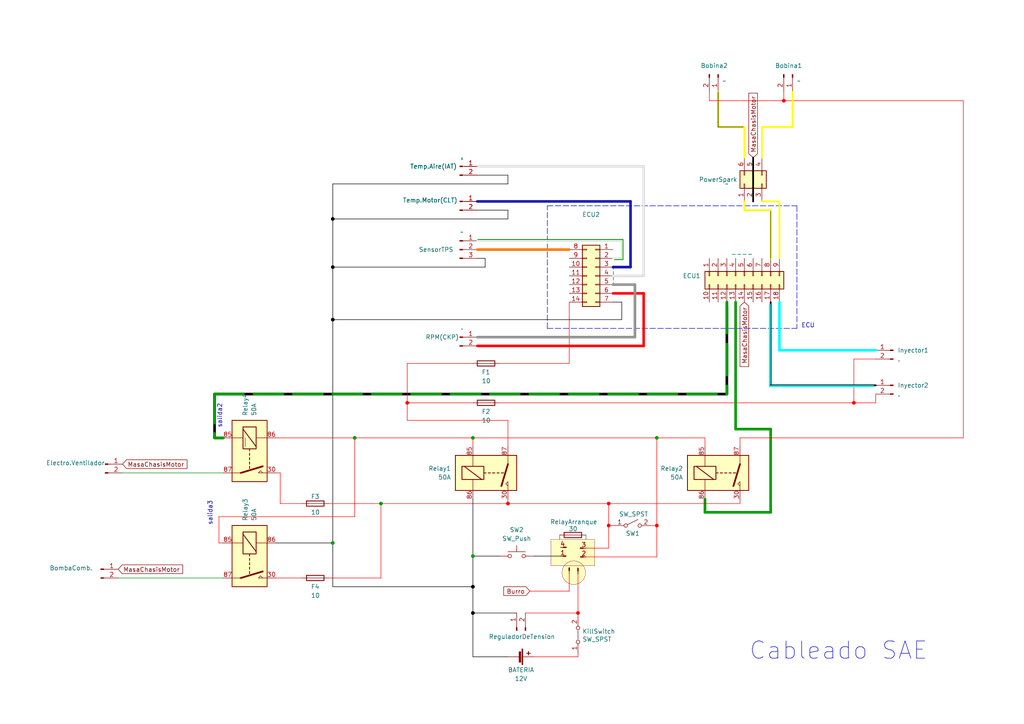
<source format=kicad_sch>
(kicad_sch
	(version 20250114)
	(generator "eeschema")
	(generator_version "9.0")
	(uuid "145183fd-3b0a-41c7-8428-da433e23e3fa")
	(paper "A4")
	(lib_symbols
		(symbol "Conn_01x02_Male_1"
			(pin_names
				(offset 1.016)
				(hide yes)
			)
			(exclude_from_sim no)
			(in_bom yes)
			(on_board yes)
			(property "Reference" ".1"
				(at 0.762 -0.254 0)
				(effects
					(font
						(size 1.27 1.27)
					)
					(hide yes)
				)
			)
			(property "Value" "."
				(at 0.635 2.54 0)
				(effects
					(font
						(size 1.27 1.27)
					)
					(hide yes)
				)
			)
			(property "Footprint" ""
				(at 0 0 0)
				(effects
					(font
						(size 1.27 1.27)
					)
					(hide yes)
				)
			)
			(property "Datasheet" "~"
				(at 0 0 0)
				(effects
					(font
						(size 1.27 1.27)
					)
					(hide yes)
				)
			)
			(property "Description" ""
				(at 0 0 0)
				(effects
					(font
						(size 1.27 1.27)
					)
				)
			)
			(property "ki_keywords" "connector"
				(at 0 0 0)
				(effects
					(font
						(size 1.27 1.27)
					)
					(hide yes)
				)
			)
			(property "ki_fp_filters" "Connector*:*_1x??_*"
				(at 0 0 0)
				(effects
					(font
						(size 1.27 1.27)
					)
					(hide yes)
				)
			)
			(symbol "Conn_01x02_Male_1_1_1"
				(rectangle
					(start 3.3782 0.127)
					(end 4.2418 -0.127)
					(stroke
						(width 0.1524)
						(type default)
					)
					(fill
						(type outline)
					)
				)
				(rectangle
					(start 3.4693 -2.4136)
					(end 4.3329 -2.6676)
					(stroke
						(width 0.1524)
						(type solid)
					)
					(fill
						(type outline)
					)
				)
				(pin passive line
					(at 5.08 0 180)
					(length 1.27)
					(name "Pin_1"
						(effects
							(font
								(size 1.27 1.27)
							)
						)
					)
					(number "4"
						(effects
							(font
								(size 1.27 1.27)
							)
						)
					)
				)
				(pin passive line
					(at 5.08 -2.54 180)
					(length 1.27)
					(name "Pin_2"
						(effects
							(font
								(size 1.27 1.27)
							)
						)
					)
					(number "1"
						(effects
							(font
								(size 1.27 1.27)
							)
						)
					)
				)
			)
			(embedded_fonts no)
		)
		(symbol "Conn_01x02_Male_2"
			(pin_names
				(offset 1.016)
				(hide yes)
			)
			(exclude_from_sim no)
			(in_bom yes)
			(on_board yes)
			(property "Reference" "."
				(at 0.762 -0.254 0)
				(effects
					(font
						(size 1.27 1.27)
					)
					(hide yes)
				)
			)
			(property "Value" "."
				(at 0.635 2.54 0)
				(effects
					(font
						(size 1.27 1.27)
					)
					(hide yes)
				)
			)
			(property "Footprint" ""
				(at 0 0 0)
				(effects
					(font
						(size 1.27 1.27)
					)
					(hide yes)
				)
			)
			(property "Datasheet" "~"
				(at 0 0 0)
				(effects
					(font
						(size 1.27 1.27)
					)
					(hide yes)
				)
			)
			(property "Description" ""
				(at 0 0 0)
				(effects
					(font
						(size 1.27 1.27)
					)
				)
			)
			(property "ki_keywords" "connector"
				(at 0 0 0)
				(effects
					(font
						(size 1.27 1.27)
					)
					(hide yes)
				)
			)
			(property "ki_fp_filters" "Connector*:*_1x??_*"
				(at 0 0 0)
				(effects
					(font
						(size 1.27 1.27)
					)
					(hide yes)
				)
			)
			(symbol "Conn_01x02_Male_2_1_1"
				(rectangle
					(start 3.3782 0.127)
					(end 4.2418 -0.127)
					(stroke
						(width 0.1524)
						(type default)
					)
					(fill
						(type outline)
					)
				)
				(rectangle
					(start 3.4693 -2.4136)
					(end 4.3329 -2.6676)
					(stroke
						(width 0.1524)
						(type solid)
					)
					(fill
						(type outline)
					)
				)
				(pin passive line
					(at 5.08 0 180)
					(length 1.27)
					(name "Pin_1"
						(effects
							(font
								(size 1.27 1.27)
							)
						)
					)
					(number "3"
						(effects
							(font
								(size 1.27 1.27)
							)
						)
					)
				)
				(pin passive line
					(at 5.08 -2.54 180)
					(length 1.27)
					(name "Pin_2"
						(effects
							(font
								(size 1.27 1.27)
							)
						)
					)
					(number "2"
						(effects
							(font
								(size 1.27 1.27)
							)
						)
					)
				)
			)
			(embedded_fonts no)
		)
		(symbol "Conn_01x02_Male_3"
			(pin_names
				(offset 1.016)
				(hide yes)
			)
			(exclude_from_sim no)
			(in_bom yes)
			(on_board yes)
			(property "Reference" ".2"
				(at 0.762 -0.254 0)
				(effects
					(font
						(size 1.27 1.27)
					)
					(hide yes)
				)
			)
			(property "Value" "."
				(at 0.635 2.54 0)
				(effects
					(font
						(size 1.27 1.27)
					)
					(hide yes)
				)
			)
			(property "Footprint" ""
				(at 0 0 0)
				(effects
					(font
						(size 1.27 1.27)
					)
					(hide yes)
				)
			)
			(property "Datasheet" "~"
				(at 0 0 0)
				(effects
					(font
						(size 1.27 1.27)
					)
					(hide yes)
				)
			)
			(property "Description" ""
				(at 0 0 0)
				(effects
					(font
						(size 1.27 1.27)
					)
				)
			)
			(property "ki_keywords" "connector"
				(at 0 0 0)
				(effects
					(font
						(size 1.27 1.27)
					)
					(hide yes)
				)
			)
			(property "ki_fp_filters" "Connector*:*_1x??_*"
				(at 0 0 0)
				(effects
					(font
						(size 1.27 1.27)
					)
					(hide yes)
				)
			)
			(symbol "Conn_01x02_Male_3_1_1"
				(rectangle
					(start 3.3782 0.127)
					(end 4.2418 -0.127)
					(stroke
						(width 0.1524)
						(type default)
					)
					(fill
						(type outline)
					)
				)
				(rectangle
					(start 3.4693 -2.4136)
					(end 4.3329 -2.6676)
					(stroke
						(width 0.1524)
						(type solid)
					)
					(fill
						(type outline)
					)
				)
				(pin passive line
					(at 5.08 0 180)
					(length 1.27)
					(name "Pin_1"
						(effects
							(font
								(size 1.27 1.27)
							)
						)
					)
					(number ""
						(effects
							(font
								(size 1.27 1.27)
							)
						)
					)
				)
				(pin passive line
					(at 5.08 -2.54 180)
					(length 1.27)
					(name "Pin_2"
						(effects
							(font
								(size 1.27 1.27)
							)
						)
					)
					(number ""
						(effects
							(font
								(size 1.27 1.27)
							)
						)
					)
				)
			)
			(embedded_fonts no)
		)
		(symbol "Connector:Conn_01x02_Male"
			(pin_names
				(offset 1.016)
				(hide yes)
			)
			(exclude_from_sim no)
			(in_bom yes)
			(on_board yes)
			(property "Reference" "J"
				(at 0 2.54 0)
				(effects
					(font
						(size 1.27 1.27)
					)
				)
			)
			(property "Value" "Conn_01x02_Male"
				(at 0 -5.08 0)
				(effects
					(font
						(size 1.27 1.27)
					)
				)
			)
			(property "Footprint" ""
				(at 0 0 0)
				(effects
					(font
						(size 1.27 1.27)
					)
					(hide yes)
				)
			)
			(property "Datasheet" "~"
				(at 0 0 0)
				(effects
					(font
						(size 1.27 1.27)
					)
					(hide yes)
				)
			)
			(property "Description" "Generic connector, single row, 01x02, script generated (kicad-library-utils/schlib/autogen/connector/)"
				(at 0 0 0)
				(effects
					(font
						(size 1.27 1.27)
					)
					(hide yes)
				)
			)
			(property "ki_keywords" "connector"
				(at 0 0 0)
				(effects
					(font
						(size 1.27 1.27)
					)
					(hide yes)
				)
			)
			(property "ki_fp_filters" "Connector*:*_1x??_*"
				(at 0 0 0)
				(effects
					(font
						(size 1.27 1.27)
					)
					(hide yes)
				)
			)
			(symbol "Conn_01x02_Male_1_1"
				(rectangle
					(start 0.8636 0.127)
					(end 0 -0.127)
					(stroke
						(width 0.1524)
						(type default)
					)
					(fill
						(type outline)
					)
				)
				(rectangle
					(start 0.8636 -2.413)
					(end 0 -2.667)
					(stroke
						(width 0.1524)
						(type default)
					)
					(fill
						(type outline)
					)
				)
				(polyline
					(pts
						(xy 1.27 0) (xy 0.8636 0)
					)
					(stroke
						(width 0.1524)
						(type default)
					)
					(fill
						(type none)
					)
				)
				(polyline
					(pts
						(xy 1.27 -2.54) (xy 0.8636 -2.54)
					)
					(stroke
						(width 0.1524)
						(type default)
					)
					(fill
						(type none)
					)
				)
				(pin passive line
					(at 5.08 0 180)
					(length 3.81)
					(name "Pin_1"
						(effects
							(font
								(size 1.27 1.27)
							)
						)
					)
					(number "1"
						(effects
							(font
								(size 1.27 1.27)
							)
						)
					)
				)
				(pin passive line
					(at 5.08 -2.54 180)
					(length 3.81)
					(name "Pin_2"
						(effects
							(font
								(size 1.27 1.27)
							)
						)
					)
					(number "2"
						(effects
							(font
								(size 1.27 1.27)
							)
						)
					)
				)
			)
			(embedded_fonts no)
		)
		(symbol "Connector:Conn_01x03_Male"
			(pin_names
				(offset 1.016)
				(hide yes)
			)
			(exclude_from_sim no)
			(in_bom yes)
			(on_board yes)
			(property "Reference" "J"
				(at 0 5.08 0)
				(effects
					(font
						(size 1.27 1.27)
					)
				)
			)
			(property "Value" "Conn_01x03_Male"
				(at 0 -5.08 0)
				(effects
					(font
						(size 1.27 1.27)
					)
				)
			)
			(property "Footprint" ""
				(at 0 0 0)
				(effects
					(font
						(size 1.27 1.27)
					)
					(hide yes)
				)
			)
			(property "Datasheet" "~"
				(at 0 0 0)
				(effects
					(font
						(size 1.27 1.27)
					)
					(hide yes)
				)
			)
			(property "Description" "Generic connector, single row, 01x03, script generated (kicad-library-utils/schlib/autogen/connector/)"
				(at 0 0 0)
				(effects
					(font
						(size 1.27 1.27)
					)
					(hide yes)
				)
			)
			(property "ki_keywords" "connector"
				(at 0 0 0)
				(effects
					(font
						(size 1.27 1.27)
					)
					(hide yes)
				)
			)
			(property "ki_fp_filters" "Connector*:*_1x??_*"
				(at 0 0 0)
				(effects
					(font
						(size 1.27 1.27)
					)
					(hide yes)
				)
			)
			(symbol "Conn_01x03_Male_1_1"
				(rectangle
					(start 0.8636 2.667)
					(end 0 2.413)
					(stroke
						(width 0.1524)
						(type default)
					)
					(fill
						(type outline)
					)
				)
				(rectangle
					(start 0.8636 0.127)
					(end 0 -0.127)
					(stroke
						(width 0.1524)
						(type default)
					)
					(fill
						(type outline)
					)
				)
				(rectangle
					(start 0.8636 -2.413)
					(end 0 -2.667)
					(stroke
						(width 0.1524)
						(type default)
					)
					(fill
						(type outline)
					)
				)
				(polyline
					(pts
						(xy 1.27 2.54) (xy 0.8636 2.54)
					)
					(stroke
						(width 0.1524)
						(type default)
					)
					(fill
						(type none)
					)
				)
				(polyline
					(pts
						(xy 1.27 0) (xy 0.8636 0)
					)
					(stroke
						(width 0.1524)
						(type default)
					)
					(fill
						(type none)
					)
				)
				(polyline
					(pts
						(xy 1.27 -2.54) (xy 0.8636 -2.54)
					)
					(stroke
						(width 0.1524)
						(type default)
					)
					(fill
						(type none)
					)
				)
				(pin passive line
					(at 5.08 2.54 180)
					(length 3.81)
					(name "Pin_1"
						(effects
							(font
								(size 1.27 1.27)
							)
						)
					)
					(number "1"
						(effects
							(font
								(size 1.27 1.27)
							)
						)
					)
				)
				(pin passive line
					(at 5.08 0 180)
					(length 3.81)
					(name "Pin_2"
						(effects
							(font
								(size 1.27 1.27)
							)
						)
					)
					(number "2"
						(effects
							(font
								(size 1.27 1.27)
							)
						)
					)
				)
				(pin passive line
					(at 5.08 -2.54 180)
					(length 3.81)
					(name "Pin_3"
						(effects
							(font
								(size 1.27 1.27)
							)
						)
					)
					(number "3"
						(effects
							(font
								(size 1.27 1.27)
							)
						)
					)
				)
			)
			(embedded_fonts no)
		)
		(symbol "Connector_Generic:Conn_02x03_Counter_Clockwise"
			(pin_names
				(offset 1.016)
				(hide yes)
			)
			(exclude_from_sim no)
			(in_bom yes)
			(on_board yes)
			(property "Reference" "J"
				(at 1.27 5.08 0)
				(effects
					(font
						(size 1.27 1.27)
					)
				)
			)
			(property "Value" "Conn_02x03_Counter_Clockwise"
				(at 1.27 -5.08 0)
				(effects
					(font
						(size 1.27 1.27)
					)
				)
			)
			(property "Footprint" ""
				(at 0 0 0)
				(effects
					(font
						(size 1.27 1.27)
					)
					(hide yes)
				)
			)
			(property "Datasheet" "~"
				(at 0 0 0)
				(effects
					(font
						(size 1.27 1.27)
					)
					(hide yes)
				)
			)
			(property "Description" "Generic connector, double row, 02x03, counter clockwise pin numbering scheme (similar to DIP package numbering), script generated (kicad-library-utils/schlib/autogen/connector/)"
				(at 0 0 0)
				(effects
					(font
						(size 1.27 1.27)
					)
					(hide yes)
				)
			)
			(property "ki_keywords" "connector"
				(at 0 0 0)
				(effects
					(font
						(size 1.27 1.27)
					)
					(hide yes)
				)
			)
			(property "ki_fp_filters" "Connector*:*_2x??_*"
				(at 0 0 0)
				(effects
					(font
						(size 1.27 1.27)
					)
					(hide yes)
				)
			)
			(symbol "Conn_02x03_Counter_Clockwise_1_1"
				(rectangle
					(start -1.27 3.81)
					(end 3.81 -3.81)
					(stroke
						(width 0.254)
						(type default)
					)
					(fill
						(type background)
					)
				)
				(rectangle
					(start -1.27 2.667)
					(end 0 2.413)
					(stroke
						(width 0.1524)
						(type default)
					)
					(fill
						(type none)
					)
				)
				(rectangle
					(start -1.27 0.127)
					(end 0 -0.127)
					(stroke
						(width 0.1524)
						(type default)
					)
					(fill
						(type none)
					)
				)
				(rectangle
					(start -1.27 -2.413)
					(end 0 -2.667)
					(stroke
						(width 0.1524)
						(type default)
					)
					(fill
						(type none)
					)
				)
				(rectangle
					(start 3.81 2.667)
					(end 2.54 2.413)
					(stroke
						(width 0.1524)
						(type default)
					)
					(fill
						(type none)
					)
				)
				(rectangle
					(start 3.81 0.127)
					(end 2.54 -0.127)
					(stroke
						(width 0.1524)
						(type default)
					)
					(fill
						(type none)
					)
				)
				(rectangle
					(start 3.81 -2.413)
					(end 2.54 -2.667)
					(stroke
						(width 0.1524)
						(type default)
					)
					(fill
						(type none)
					)
				)
				(pin passive line
					(at -5.08 2.54 0)
					(length 3.81)
					(name "Pin_1"
						(effects
							(font
								(size 1.27 1.27)
							)
						)
					)
					(number "1"
						(effects
							(font
								(size 1.27 1.27)
							)
						)
					)
				)
				(pin passive line
					(at -5.08 0 0)
					(length 3.81)
					(name "Pin_2"
						(effects
							(font
								(size 1.27 1.27)
							)
						)
					)
					(number "2"
						(effects
							(font
								(size 1.27 1.27)
							)
						)
					)
				)
				(pin passive line
					(at -5.08 -2.54 0)
					(length 3.81)
					(name "Pin_3"
						(effects
							(font
								(size 1.27 1.27)
							)
						)
					)
					(number "3"
						(effects
							(font
								(size 1.27 1.27)
							)
						)
					)
				)
				(pin passive line
					(at 7.62 2.54 180)
					(length 3.81)
					(name "Pin_6"
						(effects
							(font
								(size 1.27 1.27)
							)
						)
					)
					(number "6"
						(effects
							(font
								(size 1.27 1.27)
							)
						)
					)
				)
				(pin passive line
					(at 7.62 0 180)
					(length 3.81)
					(name "Pin_5"
						(effects
							(font
								(size 1.27 1.27)
							)
						)
					)
					(number "5"
						(effects
							(font
								(size 1.27 1.27)
							)
						)
					)
				)
				(pin passive line
					(at 7.62 -2.54 180)
					(length 3.81)
					(name "Pin_4"
						(effects
							(font
								(size 1.27 1.27)
							)
						)
					)
					(number "4"
						(effects
							(font
								(size 1.27 1.27)
							)
						)
					)
				)
			)
			(embedded_fonts no)
		)
		(symbol "Connector_Generic:Conn_02x07_Top_Bottom"
			(pin_names
				(offset 1.016)
				(hide yes)
			)
			(exclude_from_sim no)
			(in_bom yes)
			(on_board yes)
			(property "Reference" "J"
				(at 1.27 10.16 0)
				(effects
					(font
						(size 1.27 1.27)
					)
				)
			)
			(property "Value" "Conn_02x07_Top_Bottom"
				(at 1.27 -10.16 0)
				(effects
					(font
						(size 1.27 1.27)
					)
				)
			)
			(property "Footprint" ""
				(at 0 0 0)
				(effects
					(font
						(size 1.27 1.27)
					)
					(hide yes)
				)
			)
			(property "Datasheet" "~"
				(at 0 0 0)
				(effects
					(font
						(size 1.27 1.27)
					)
					(hide yes)
				)
			)
			(property "Description" "Generic connector, double row, 02x07, top/bottom pin numbering scheme (row 1: 1...pins_per_row, row2: pins_per_row+1 ... num_pins), script generated (kicad-library-utils/schlib/autogen/connector/)"
				(at 0 0 0)
				(effects
					(font
						(size 1.27 1.27)
					)
					(hide yes)
				)
			)
			(property "ki_keywords" "connector"
				(at 0 0 0)
				(effects
					(font
						(size 1.27 1.27)
					)
					(hide yes)
				)
			)
			(property "ki_fp_filters" "Connector*:*_2x??_*"
				(at 0 0 0)
				(effects
					(font
						(size 1.27 1.27)
					)
					(hide yes)
				)
			)
			(symbol "Conn_02x07_Top_Bottom_1_1"
				(rectangle
					(start -1.27 8.89)
					(end 3.81 -8.89)
					(stroke
						(width 0.254)
						(type default)
					)
					(fill
						(type background)
					)
				)
				(rectangle
					(start -1.27 7.747)
					(end 0 7.493)
					(stroke
						(width 0.1524)
						(type default)
					)
					(fill
						(type none)
					)
				)
				(rectangle
					(start -1.27 5.207)
					(end 0 4.953)
					(stroke
						(width 0.1524)
						(type default)
					)
					(fill
						(type none)
					)
				)
				(rectangle
					(start -1.27 2.667)
					(end 0 2.413)
					(stroke
						(width 0.1524)
						(type default)
					)
					(fill
						(type none)
					)
				)
				(rectangle
					(start -1.27 0.127)
					(end 0 -0.127)
					(stroke
						(width 0.1524)
						(type default)
					)
					(fill
						(type none)
					)
				)
				(rectangle
					(start -1.27 -2.413)
					(end 0 -2.667)
					(stroke
						(width 0.1524)
						(type default)
					)
					(fill
						(type none)
					)
				)
				(rectangle
					(start -1.27 -4.953)
					(end 0 -5.207)
					(stroke
						(width 0.1524)
						(type default)
					)
					(fill
						(type none)
					)
				)
				(rectangle
					(start -1.27 -7.493)
					(end 0 -7.747)
					(stroke
						(width 0.1524)
						(type default)
					)
					(fill
						(type none)
					)
				)
				(rectangle
					(start 3.81 7.747)
					(end 2.54 7.493)
					(stroke
						(width 0.1524)
						(type default)
					)
					(fill
						(type none)
					)
				)
				(rectangle
					(start 3.81 5.207)
					(end 2.54 4.953)
					(stroke
						(width 0.1524)
						(type default)
					)
					(fill
						(type none)
					)
				)
				(rectangle
					(start 3.81 2.667)
					(end 2.54 2.413)
					(stroke
						(width 0.1524)
						(type default)
					)
					(fill
						(type none)
					)
				)
				(rectangle
					(start 3.81 0.127)
					(end 2.54 -0.127)
					(stroke
						(width 0.1524)
						(type default)
					)
					(fill
						(type none)
					)
				)
				(rectangle
					(start 3.81 -2.413)
					(end 2.54 -2.667)
					(stroke
						(width 0.1524)
						(type default)
					)
					(fill
						(type none)
					)
				)
				(rectangle
					(start 3.81 -4.953)
					(end 2.54 -5.207)
					(stroke
						(width 0.1524)
						(type default)
					)
					(fill
						(type none)
					)
				)
				(rectangle
					(start 3.81 -7.493)
					(end 2.54 -7.747)
					(stroke
						(width 0.1524)
						(type default)
					)
					(fill
						(type none)
					)
				)
				(pin passive line
					(at -5.08 7.62 0)
					(length 3.81)
					(name "Pin_1"
						(effects
							(font
								(size 1.27 1.27)
							)
						)
					)
					(number "1"
						(effects
							(font
								(size 1.27 1.27)
							)
						)
					)
				)
				(pin passive line
					(at -5.08 5.08 0)
					(length 3.81)
					(name "Pin_2"
						(effects
							(font
								(size 1.27 1.27)
							)
						)
					)
					(number "2"
						(effects
							(font
								(size 1.27 1.27)
							)
						)
					)
				)
				(pin passive line
					(at -5.08 2.54 0)
					(length 3.81)
					(name "Pin_3"
						(effects
							(font
								(size 1.27 1.27)
							)
						)
					)
					(number "3"
						(effects
							(font
								(size 1.27 1.27)
							)
						)
					)
				)
				(pin passive line
					(at -5.08 0 0)
					(length 3.81)
					(name "Pin_4"
						(effects
							(font
								(size 1.27 1.27)
							)
						)
					)
					(number "4"
						(effects
							(font
								(size 1.27 1.27)
							)
						)
					)
				)
				(pin passive line
					(at -5.08 -2.54 0)
					(length 3.81)
					(name "Pin_5"
						(effects
							(font
								(size 1.27 1.27)
							)
						)
					)
					(number "5"
						(effects
							(font
								(size 1.27 1.27)
							)
						)
					)
				)
				(pin passive line
					(at -5.08 -5.08 0)
					(length 3.81)
					(name "Pin_6"
						(effects
							(font
								(size 1.27 1.27)
							)
						)
					)
					(number "6"
						(effects
							(font
								(size 1.27 1.27)
							)
						)
					)
				)
				(pin passive line
					(at -5.08 -7.62 0)
					(length 3.81)
					(name "Pin_7"
						(effects
							(font
								(size 1.27 1.27)
							)
						)
					)
					(number "7"
						(effects
							(font
								(size 1.27 1.27)
							)
						)
					)
				)
				(pin passive line
					(at 7.62 7.62 180)
					(length 3.81)
					(name "Pin_8"
						(effects
							(font
								(size 1.27 1.27)
							)
						)
					)
					(number "8"
						(effects
							(font
								(size 1.27 1.27)
							)
						)
					)
				)
				(pin passive line
					(at 7.62 5.08 180)
					(length 3.81)
					(name "Pin_9"
						(effects
							(font
								(size 1.27 1.27)
							)
						)
					)
					(number "9"
						(effects
							(font
								(size 1.27 1.27)
							)
						)
					)
				)
				(pin passive line
					(at 7.62 2.54 180)
					(length 3.81)
					(name "Pin_10"
						(effects
							(font
								(size 1.27 1.27)
							)
						)
					)
					(number "10"
						(effects
							(font
								(size 1.27 1.27)
							)
						)
					)
				)
				(pin passive line
					(at 7.62 0 180)
					(length 3.81)
					(name "Pin_11"
						(effects
							(font
								(size 1.27 1.27)
							)
						)
					)
					(number "11"
						(effects
							(font
								(size 1.27 1.27)
							)
						)
					)
				)
				(pin passive line
					(at 7.62 -2.54 180)
					(length 3.81)
					(name "Pin_12"
						(effects
							(font
								(size 1.27 1.27)
							)
						)
					)
					(number "12"
						(effects
							(font
								(size 1.27 1.27)
							)
						)
					)
				)
				(pin passive line
					(at 7.62 -5.08 180)
					(length 3.81)
					(name "Pin_13"
						(effects
							(font
								(size 1.27 1.27)
							)
						)
					)
					(number "13"
						(effects
							(font
								(size 1.27 1.27)
							)
						)
					)
				)
				(pin passive line
					(at 7.62 -7.62 180)
					(length 3.81)
					(name "Pin_14"
						(effects
							(font
								(size 1.27 1.27)
							)
						)
					)
					(number "14"
						(effects
							(font
								(size 1.27 1.27)
							)
						)
					)
				)
			)
			(embedded_fonts no)
		)
		(symbol "Connector_Generic:Conn_02x09_Top_Bottom"
			(pin_names
				(offset 1.016)
				(hide yes)
			)
			(exclude_from_sim no)
			(in_bom yes)
			(on_board yes)
			(property "Reference" "J"
				(at 1.27 12.7 0)
				(effects
					(font
						(size 1.27 1.27)
					)
				)
			)
			(property "Value" "Conn_02x09_Top_Bottom"
				(at 1.27 -12.7 0)
				(effects
					(font
						(size 1.27 1.27)
					)
				)
			)
			(property "Footprint" ""
				(at 0 0 0)
				(effects
					(font
						(size 1.27 1.27)
					)
					(hide yes)
				)
			)
			(property "Datasheet" "~"
				(at 0 0 0)
				(effects
					(font
						(size 1.27 1.27)
					)
					(hide yes)
				)
			)
			(property "Description" "Generic connector, double row, 02x09, top/bottom pin numbering scheme (row 1: 1...pins_per_row, row2: pins_per_row+1 ... num_pins), script generated (kicad-library-utils/schlib/autogen/connector/)"
				(at 0 0 0)
				(effects
					(font
						(size 1.27 1.27)
					)
					(hide yes)
				)
			)
			(property "ki_keywords" "connector"
				(at 0 0 0)
				(effects
					(font
						(size 1.27 1.27)
					)
					(hide yes)
				)
			)
			(property "ki_fp_filters" "Connector*:*_2x??_*"
				(at 0 0 0)
				(effects
					(font
						(size 1.27 1.27)
					)
					(hide yes)
				)
			)
			(symbol "Conn_02x09_Top_Bottom_1_1"
				(rectangle
					(start -1.27 11.43)
					(end 3.81 -11.43)
					(stroke
						(width 0.254)
						(type default)
					)
					(fill
						(type background)
					)
				)
				(rectangle
					(start -1.27 10.287)
					(end 0 10.033)
					(stroke
						(width 0.1524)
						(type default)
					)
					(fill
						(type none)
					)
				)
				(rectangle
					(start -1.27 7.747)
					(end 0 7.493)
					(stroke
						(width 0.1524)
						(type default)
					)
					(fill
						(type none)
					)
				)
				(rectangle
					(start -1.27 5.207)
					(end 0 4.953)
					(stroke
						(width 0.1524)
						(type default)
					)
					(fill
						(type none)
					)
				)
				(rectangle
					(start -1.27 2.667)
					(end 0 2.413)
					(stroke
						(width 0.1524)
						(type default)
					)
					(fill
						(type none)
					)
				)
				(rectangle
					(start -1.27 0.127)
					(end 0 -0.127)
					(stroke
						(width 0.1524)
						(type default)
					)
					(fill
						(type none)
					)
				)
				(rectangle
					(start -1.27 -2.413)
					(end 0 -2.667)
					(stroke
						(width 0.1524)
						(type default)
					)
					(fill
						(type none)
					)
				)
				(rectangle
					(start -1.27 -4.953)
					(end 0 -5.207)
					(stroke
						(width 0.1524)
						(type default)
					)
					(fill
						(type none)
					)
				)
				(rectangle
					(start -1.27 -7.493)
					(end 0 -7.747)
					(stroke
						(width 0.1524)
						(type default)
					)
					(fill
						(type none)
					)
				)
				(rectangle
					(start -1.27 -10.033)
					(end 0 -10.287)
					(stroke
						(width 0.1524)
						(type default)
					)
					(fill
						(type none)
					)
				)
				(rectangle
					(start 3.81 10.287)
					(end 2.54 10.033)
					(stroke
						(width 0.1524)
						(type default)
					)
					(fill
						(type none)
					)
				)
				(rectangle
					(start 3.81 7.747)
					(end 2.54 7.493)
					(stroke
						(width 0.1524)
						(type default)
					)
					(fill
						(type none)
					)
				)
				(rectangle
					(start 3.81 5.207)
					(end 2.54 4.953)
					(stroke
						(width 0.1524)
						(type default)
					)
					(fill
						(type none)
					)
				)
				(rectangle
					(start 3.81 2.667)
					(end 2.54 2.413)
					(stroke
						(width 0.1524)
						(type default)
					)
					(fill
						(type none)
					)
				)
				(rectangle
					(start 3.81 0.127)
					(end 2.54 -0.127)
					(stroke
						(width 0.1524)
						(type default)
					)
					(fill
						(type none)
					)
				)
				(rectangle
					(start 3.81 -2.413)
					(end 2.54 -2.667)
					(stroke
						(width 0.1524)
						(type default)
					)
					(fill
						(type none)
					)
				)
				(rectangle
					(start 3.81 -4.953)
					(end 2.54 -5.207)
					(stroke
						(width 0.1524)
						(type default)
					)
					(fill
						(type none)
					)
				)
				(rectangle
					(start 3.81 -7.493)
					(end 2.54 -7.747)
					(stroke
						(width 0.1524)
						(type default)
					)
					(fill
						(type none)
					)
				)
				(rectangle
					(start 3.81 -10.033)
					(end 2.54 -10.287)
					(stroke
						(width 0.1524)
						(type default)
					)
					(fill
						(type none)
					)
				)
				(pin passive line
					(at -5.08 10.16 0)
					(length 3.81)
					(name "Pin_1"
						(effects
							(font
								(size 1.27 1.27)
							)
						)
					)
					(number "1"
						(effects
							(font
								(size 1.27 1.27)
							)
						)
					)
				)
				(pin passive line
					(at -5.08 7.62 0)
					(length 3.81)
					(name "Pin_2"
						(effects
							(font
								(size 1.27 1.27)
							)
						)
					)
					(number "2"
						(effects
							(font
								(size 1.27 1.27)
							)
						)
					)
				)
				(pin passive line
					(at -5.08 5.08 0)
					(length 3.81)
					(name "Pin_3"
						(effects
							(font
								(size 1.27 1.27)
							)
						)
					)
					(number "3"
						(effects
							(font
								(size 1.27 1.27)
							)
						)
					)
				)
				(pin passive line
					(at -5.08 2.54 0)
					(length 3.81)
					(name "Pin_4"
						(effects
							(font
								(size 1.27 1.27)
							)
						)
					)
					(number "4"
						(effects
							(font
								(size 1.27 1.27)
							)
						)
					)
				)
				(pin passive line
					(at -5.08 0 0)
					(length 3.81)
					(name "Pin_5"
						(effects
							(font
								(size 1.27 1.27)
							)
						)
					)
					(number "5"
						(effects
							(font
								(size 1.27 1.27)
							)
						)
					)
				)
				(pin passive line
					(at -5.08 -2.54 0)
					(length 3.81)
					(name "Pin_6"
						(effects
							(font
								(size 1.27 1.27)
							)
						)
					)
					(number "6"
						(effects
							(font
								(size 1.27 1.27)
							)
						)
					)
				)
				(pin passive line
					(at -5.08 -5.08 0)
					(length 3.81)
					(name "Pin_7"
						(effects
							(font
								(size 1.27 1.27)
							)
						)
					)
					(number "7"
						(effects
							(font
								(size 1.27 1.27)
							)
						)
					)
				)
				(pin passive line
					(at -5.08 -7.62 0)
					(length 3.81)
					(name "Pin_8"
						(effects
							(font
								(size 1.27 1.27)
							)
						)
					)
					(number "8"
						(effects
							(font
								(size 1.27 1.27)
							)
						)
					)
				)
				(pin passive line
					(at -5.08 -10.16 0)
					(length 3.81)
					(name "Pin_9"
						(effects
							(font
								(size 1.27 1.27)
							)
						)
					)
					(number "9"
						(effects
							(font
								(size 1.27 1.27)
							)
						)
					)
				)
				(pin passive line
					(at 7.62 10.16 180)
					(length 3.81)
					(name "Pin_10"
						(effects
							(font
								(size 1.27 1.27)
							)
						)
					)
					(number "10"
						(effects
							(font
								(size 1.27 1.27)
							)
						)
					)
				)
				(pin passive line
					(at 7.62 7.62 180)
					(length 3.81)
					(name "Pin_11"
						(effects
							(font
								(size 1.27 1.27)
							)
						)
					)
					(number "11"
						(effects
							(font
								(size 1.27 1.27)
							)
						)
					)
				)
				(pin passive line
					(at 7.62 5.08 180)
					(length 3.81)
					(name "Pin_12"
						(effects
							(font
								(size 1.27 1.27)
							)
						)
					)
					(number "12"
						(effects
							(font
								(size 1.27 1.27)
							)
						)
					)
				)
				(pin passive line
					(at 7.62 2.54 180)
					(length 3.81)
					(name "Pin_13"
						(effects
							(font
								(size 1.27 1.27)
							)
						)
					)
					(number "13"
						(effects
							(font
								(size 1.27 1.27)
							)
						)
					)
				)
				(pin passive line
					(at 7.62 0 180)
					(length 3.81)
					(name "Pin_14"
						(effects
							(font
								(size 1.27 1.27)
							)
						)
					)
					(number "14"
						(effects
							(font
								(size 1.27 1.27)
							)
						)
					)
				)
				(pin passive line
					(at 7.62 -2.54 180)
					(length 3.81)
					(name "Pin_15"
						(effects
							(font
								(size 1.27 1.27)
							)
						)
					)
					(number "15"
						(effects
							(font
								(size 1.27 1.27)
							)
						)
					)
				)
				(pin passive line
					(at 7.62 -5.08 180)
					(length 3.81)
					(name "Pin_16"
						(effects
							(font
								(size 1.27 1.27)
							)
						)
					)
					(number "16"
						(effects
							(font
								(size 1.27 1.27)
							)
						)
					)
				)
				(pin passive line
					(at 7.62 -7.62 180)
					(length 3.81)
					(name "Pin_17"
						(effects
							(font
								(size 1.27 1.27)
							)
						)
					)
					(number "17"
						(effects
							(font
								(size 1.27 1.27)
							)
						)
					)
				)
				(pin passive line
					(at 7.62 -10.16 180)
					(length 3.81)
					(name "Pin_18"
						(effects
							(font
								(size 1.27 1.27)
							)
						)
					)
					(number "18"
						(effects
							(font
								(size 1.27 1.27)
							)
						)
					)
				)
			)
			(embedded_fonts no)
		)
		(symbol "DIPxx-1Axx-13x_1"
			(exclude_from_sim no)
			(in_bom yes)
			(on_board yes)
			(property "Reference" "Relay1"
				(at -11.43 -1.2701 0)
				(effects
					(font
						(size 1.27 1.27)
					)
					(justify right)
				)
			)
			(property "Value" "50A"
				(at -11.43 1.2699 0)
				(effects
					(font
						(size 1.27 1.27)
					)
					(justify right)
				)
			)
			(property "Footprint" "Relay_THT:Relay_StandexMeder_DIP_LowProfile"
				(at 8.89 -1.27 0)
				(effects
					(font
						(size 1.27 1.27)
					)
					(justify left)
					(hide yes)
				)
			)
			(property "Datasheet" "https://standexelectronics.com/wp-content/uploads/datasheet_reed_relay_DIP.pdf"
				(at 0 0 0)
				(effects
					(font
						(size 1.27 1.27)
					)
					(hide yes)
				)
			)
			(property "Description" ""
				(at 0 0 0)
				(effects
					(font
						(size 1.27 1.27)
					)
				)
			)
			(property "ki_keywords" "Single Pole Reed Relay SPST"
				(at 0 0 0)
				(effects
					(font
						(size 1.27 1.27)
					)
					(hide yes)
				)
			)
			(property "ki_fp_filters" "Relay*StandexMeder*DIP*LowProfile*"
				(at 0 0 0)
				(effects
					(font
						(size 1.27 1.27)
					)
					(hide yes)
				)
			)
			(symbol "DIPxx-1Axx-13x_1_0_0"
				(polyline
					(pts
						(xy 5.08 5.08) (xy 5.08 2.54) (xy 4.445 3.175) (xy 5.08 3.81)
					)
					(stroke
						(width 0)
						(type default)
					)
					(fill
						(type none)
					)
				)
			)
			(symbol "DIPxx-1Axx-13x_1_0_1"
				(rectangle
					(start -10.16 5.08)
					(end 7.62 -5.08)
					(stroke
						(width 0.254)
						(type default)
					)
					(fill
						(type background)
					)
				)
				(rectangle
					(start -8.255 1.905)
					(end -1.905 -1.905)
					(stroke
						(width 0.254)
						(type default)
					)
					(fill
						(type none)
					)
				)
				(polyline
					(pts
						(xy -7.62 -1.905) (xy -2.54 1.905)
					)
					(stroke
						(width 0.254)
						(type default)
					)
					(fill
						(type none)
					)
				)
				(polyline
					(pts
						(xy -5.08 5.08) (xy -5.08 1.905)
					)
					(stroke
						(width 0)
						(type default)
					)
					(fill
						(type none)
					)
				)
				(polyline
					(pts
						(xy -5.08 -5.08) (xy -5.08 -1.905)
					)
					(stroke
						(width 0)
						(type default)
					)
					(fill
						(type none)
					)
				)
				(polyline
					(pts
						(xy -1.905 0) (xy -1.27 0)
					)
					(stroke
						(width 0.254)
						(type default)
					)
					(fill
						(type none)
					)
				)
				(polyline
					(pts
						(xy -0.635 0) (xy 0 0)
					)
					(stroke
						(width 0.254)
						(type default)
					)
					(fill
						(type none)
					)
				)
				(polyline
					(pts
						(xy 0.635 0) (xy 1.27 0)
					)
					(stroke
						(width 0.254)
						(type default)
					)
					(fill
						(type none)
					)
				)
				(polyline
					(pts
						(xy 1.905 0) (xy 2.54 0)
					)
					(stroke
						(width 0.254)
						(type default)
					)
					(fill
						(type none)
					)
				)
				(polyline
					(pts
						(xy 3.175 0) (xy 3.81 0)
					)
					(stroke
						(width 0.254)
						(type default)
					)
					(fill
						(type none)
					)
				)
				(polyline
					(pts
						(xy 5.08 -2.54) (xy 3.175 3.81)
					)
					(stroke
						(width 0.508)
						(type default)
					)
					(fill
						(type none)
					)
				)
				(polyline
					(pts
						(xy 5.08 -2.54) (xy 5.08 -5.08)
					)
					(stroke
						(width 0)
						(type default)
					)
					(fill
						(type none)
					)
				)
			)
			(symbol "DIPxx-1Axx-13x_1_1_1"
				(pin passive line
					(at -5.08 7.62 270)
					(length 2.54)
					(name "~"
						(effects
							(font
								(size 1.27 1.27)
							)
						)
					)
					(number "86"
						(effects
							(font
								(size 1.27 1.27)
							)
						)
					)
				)
				(pin passive line
					(at -5.08 -7.62 90)
					(length 2.54)
					(name "~"
						(effects
							(font
								(size 1.27 1.27)
							)
						)
					)
					(number "85"
						(effects
							(font
								(size 1.27 1.27)
							)
						)
					)
				)
				(pin passive line
					(at 5.08 7.62 270)
					(length 2.54)
					(name "~"
						(effects
							(font
								(size 1.27 1.27)
							)
						)
					)
					(number "30"
						(effects
							(font
								(size 1.27 1.27)
							)
						)
					)
				)
				(pin passive line
					(at 5.08 -7.62 90)
					(length 2.54)
					(name "~"
						(effects
							(font
								(size 1.27 1.27)
							)
						)
					)
					(number "87"
						(effects
							(font
								(size 1.27 1.27)
							)
						)
					)
				)
			)
			(embedded_fonts no)
		)
		(symbol "Device:Battery_Cell"
			(pin_numbers
				(hide yes)
			)
			(pin_names
				(offset 0)
				(hide yes)
			)
			(exclude_from_sim no)
			(in_bom yes)
			(on_board yes)
			(property "Reference" "BT"
				(at 2.54 2.54 0)
				(effects
					(font
						(size 1.27 1.27)
					)
					(justify left)
				)
			)
			(property "Value" "Battery_Cell"
				(at 2.54 0 0)
				(effects
					(font
						(size 1.27 1.27)
					)
					(justify left)
				)
			)
			(property "Footprint" ""
				(at 0 1.524 90)
				(effects
					(font
						(size 1.27 1.27)
					)
					(hide yes)
				)
			)
			(property "Datasheet" "~"
				(at 0 1.524 90)
				(effects
					(font
						(size 1.27 1.27)
					)
					(hide yes)
				)
			)
			(property "Description" "Single-cell battery"
				(at 0 0 0)
				(effects
					(font
						(size 1.27 1.27)
					)
					(hide yes)
				)
			)
			(property "ki_keywords" "battery cell"
				(at 0 0 0)
				(effects
					(font
						(size 1.27 1.27)
					)
					(hide yes)
				)
			)
			(symbol "Battery_Cell_0_1"
				(rectangle
					(start -2.286 1.778)
					(end 2.286 1.524)
					(stroke
						(width 0)
						(type default)
					)
					(fill
						(type outline)
					)
				)
				(rectangle
					(start -1.5748 1.1938)
					(end 1.4732 0.6858)
					(stroke
						(width 0)
						(type default)
					)
					(fill
						(type outline)
					)
				)
				(polyline
					(pts
						(xy 0 1.778) (xy 0 2.54)
					)
					(stroke
						(width 0)
						(type default)
					)
					(fill
						(type none)
					)
				)
				(polyline
					(pts
						(xy 0 0.762) (xy 0 0)
					)
					(stroke
						(width 0)
						(type default)
					)
					(fill
						(type none)
					)
				)
				(polyline
					(pts
						(xy 0.508 3.429) (xy 1.524 3.429)
					)
					(stroke
						(width 0.254)
						(type default)
					)
					(fill
						(type none)
					)
				)
				(polyline
					(pts
						(xy 1.016 3.937) (xy 1.016 2.921)
					)
					(stroke
						(width 0.254)
						(type default)
					)
					(fill
						(type none)
					)
				)
			)
			(symbol "Battery_Cell_1_1"
				(pin passive line
					(at 0 5.08 270)
					(length 2.54)
					(name "+"
						(effects
							(font
								(size 1.27 1.27)
							)
						)
					)
					(number "1"
						(effects
							(font
								(size 1.27 1.27)
							)
						)
					)
				)
				(pin passive line
					(at 0 -2.54 90)
					(length 2.54)
					(name "-"
						(effects
							(font
								(size 1.27 1.27)
							)
						)
					)
					(number "2"
						(effects
							(font
								(size 1.27 1.27)
							)
						)
					)
				)
			)
			(embedded_fonts no)
		)
		(symbol "Device:Fuse"
			(pin_numbers
				(hide yes)
			)
			(pin_names
				(offset 0)
			)
			(exclude_from_sim no)
			(in_bom yes)
			(on_board yes)
			(property "Reference" "F"
				(at 2.032 0 90)
				(effects
					(font
						(size 1.27 1.27)
					)
				)
			)
			(property "Value" "Fuse"
				(at -1.905 0 90)
				(effects
					(font
						(size 1.27 1.27)
					)
				)
			)
			(property "Footprint" ""
				(at -1.778 0 90)
				(effects
					(font
						(size 1.27 1.27)
					)
					(hide yes)
				)
			)
			(property "Datasheet" "~"
				(at 0 0 0)
				(effects
					(font
						(size 1.27 1.27)
					)
					(hide yes)
				)
			)
			(property "Description" "Fuse"
				(at 0 0 0)
				(effects
					(font
						(size 1.27 1.27)
					)
					(hide yes)
				)
			)
			(property "ki_keywords" "fuse"
				(at 0 0 0)
				(effects
					(font
						(size 1.27 1.27)
					)
					(hide yes)
				)
			)
			(property "ki_fp_filters" "*Fuse*"
				(at 0 0 0)
				(effects
					(font
						(size 1.27 1.27)
					)
					(hide yes)
				)
			)
			(symbol "Fuse_0_1"
				(rectangle
					(start -0.762 -2.54)
					(end 0.762 2.54)
					(stroke
						(width 0.254)
						(type default)
					)
					(fill
						(type none)
					)
				)
				(polyline
					(pts
						(xy 0 2.54) (xy 0 -2.54)
					)
					(stroke
						(width 0)
						(type default)
					)
					(fill
						(type none)
					)
				)
			)
			(symbol "Fuse_1_1"
				(pin passive line
					(at 0 3.81 270)
					(length 1.27)
					(name "~"
						(effects
							(font
								(size 1.27 1.27)
							)
						)
					)
					(number "1"
						(effects
							(font
								(size 1.27 1.27)
							)
						)
					)
				)
				(pin passive line
					(at 0 -3.81 90)
					(length 1.27)
					(name "~"
						(effects
							(font
								(size 1.27 1.27)
							)
						)
					)
					(number "2"
						(effects
							(font
								(size 1.27 1.27)
							)
						)
					)
				)
			)
			(embedded_fonts no)
		)
		(symbol "SW_SPST_1"
			(pin_names
				(offset 0)
				(hide yes)
			)
			(exclude_from_sim no)
			(in_bom yes)
			(on_board yes)
			(property "Reference" "SW"
				(at 0 3.175 0)
				(effects
					(font
						(size 1.27 1.27)
					)
				)
			)
			(property "Value" "SW_SPST"
				(at 0 -2.54 0)
				(effects
					(font
						(size 1.27 1.27)
					)
				)
			)
			(property "Footprint" ""
				(at 0 0 0)
				(effects
					(font
						(size 1.27 1.27)
					)
					(hide yes)
				)
			)
			(property "Datasheet" "~"
				(at 0 0 0)
				(effects
					(font
						(size 1.27 1.27)
					)
					(hide yes)
				)
			)
			(property "Description" "Single Pole Single Throw (SPST) switch"
				(at 0 0 0)
				(effects
					(font
						(size 1.27 1.27)
					)
					(hide yes)
				)
			)
			(property "ki_keywords" "switch lever"
				(at 0 0 0)
				(effects
					(font
						(size 1.27 1.27)
					)
					(hide yes)
				)
			)
			(symbol "SW_SPST_1_0_0"
				(circle
					(center -2.032 0)
					(radius 0.508)
					(stroke
						(width 0)
						(type default)
					)
					(fill
						(type none)
					)
				)
				(polyline
					(pts
						(xy -1.524 0.254) (xy 1.524 1.778)
					)
					(stroke
						(width 0)
						(type default)
					)
					(fill
						(type none)
					)
				)
				(circle
					(center 2.032 0)
					(radius 0.508)
					(stroke
						(width 0)
						(type default)
					)
					(fill
						(type none)
					)
				)
			)
			(symbol "SW_SPST_1_1_1"
				(pin passive line
					(at -5.08 0 0)
					(length 2.54)
					(name "A"
						(effects
							(font
								(size 1.27 1.27)
							)
						)
					)
					(number "1"
						(effects
							(font
								(size 1.27 1.27)
							)
						)
					)
				)
				(pin passive line
					(at 5.08 0 180)
					(length 2.54)
					(name "B"
						(effects
							(font
								(size 1.27 1.27)
							)
						)
					)
					(number "2"
						(effects
							(font
								(size 1.27 1.27)
							)
						)
					)
				)
			)
			(embedded_fonts no)
		)
		(symbol "Switch:SW_Push"
			(pin_numbers
				(hide yes)
			)
			(pin_names
				(offset 1.016)
				(hide yes)
			)
			(exclude_from_sim no)
			(in_bom yes)
			(on_board yes)
			(property "Reference" "SW"
				(at 1.27 2.54 0)
				(effects
					(font
						(size 1.27 1.27)
					)
					(justify left)
				)
			)
			(property "Value" "SW_Push"
				(at 0 -1.524 0)
				(effects
					(font
						(size 1.27 1.27)
					)
				)
			)
			(property "Footprint" ""
				(at 0 5.08 0)
				(effects
					(font
						(size 1.27 1.27)
					)
					(hide yes)
				)
			)
			(property "Datasheet" "~"
				(at 0 5.08 0)
				(effects
					(font
						(size 1.27 1.27)
					)
					(hide yes)
				)
			)
			(property "Description" "Push button switch, generic, two pins"
				(at 0 0 0)
				(effects
					(font
						(size 1.27 1.27)
					)
					(hide yes)
				)
			)
			(property "ki_keywords" "switch normally-open pushbutton push-button"
				(at 0 0 0)
				(effects
					(font
						(size 1.27 1.27)
					)
					(hide yes)
				)
			)
			(symbol "SW_Push_0_1"
				(circle
					(center -2.032 0)
					(radius 0.508)
					(stroke
						(width 0)
						(type default)
					)
					(fill
						(type none)
					)
				)
				(polyline
					(pts
						(xy 0 1.27) (xy 0 3.048)
					)
					(stroke
						(width 0)
						(type default)
					)
					(fill
						(type none)
					)
				)
				(circle
					(center 2.032 0)
					(radius 0.508)
					(stroke
						(width 0)
						(type default)
					)
					(fill
						(type none)
					)
				)
				(polyline
					(pts
						(xy 2.54 1.27) (xy -2.54 1.27)
					)
					(stroke
						(width 0)
						(type default)
					)
					(fill
						(type none)
					)
				)
				(pin passive line
					(at -5.08 0 0)
					(length 2.54)
					(name "1"
						(effects
							(font
								(size 1.27 1.27)
							)
						)
					)
					(number "1"
						(effects
							(font
								(size 1.27 1.27)
							)
						)
					)
				)
				(pin passive line
					(at 5.08 0 180)
					(length 2.54)
					(name "2"
						(effects
							(font
								(size 1.27 1.27)
							)
						)
					)
					(number "2"
						(effects
							(font
								(size 1.27 1.27)
							)
						)
					)
				)
			)
			(embedded_fonts no)
		)
		(symbol "Switch:SW_SPST"
			(pin_names
				(offset 0)
				(hide yes)
			)
			(exclude_from_sim no)
			(in_bom yes)
			(on_board yes)
			(property "Reference" "KillSwitch"
				(at 1.2701 -1.27 90)
				(effects
					(font
						(size 1.27 1.27)
					)
					(justify right)
				)
			)
			(property "Value" "SW_SPST"
				(at -1.2699 -1.27 90)
				(effects
					(font
						(size 1.27 1.27)
					)
					(justify right)
				)
			)
			(property "Footprint" ""
				(at 0 0 0)
				(effects
					(font
						(size 1.27 1.27)
					)
					(hide yes)
				)
			)
			(property "Datasheet" "~"
				(at 0 0 0)
				(effects
					(font
						(size 1.27 1.27)
					)
					(hide yes)
				)
			)
			(property "Description" "Single Pole Single Throw (SPST) switch"
				(at 0 0 0)
				(effects
					(font
						(size 1.27 1.27)
					)
					(hide yes)
				)
			)
			(property "ki_keywords" "switch lever"
				(at 0 0 0)
				(effects
					(font
						(size 1.27 1.27)
					)
					(hide yes)
				)
			)
			(symbol "SW_SPST_0_0"
				(circle
					(center -2.032 0)
					(radius 0.508)
					(stroke
						(width 0)
						(type default)
					)
					(fill
						(type none)
					)
				)
				(polyline
					(pts
						(xy -1.27 0) (xy 1.27 0)
					)
					(stroke
						(width 0)
						(type default)
					)
					(fill
						(type none)
					)
				)
				(circle
					(center 2.032 0)
					(radius 0.508)
					(stroke
						(width 0)
						(type default)
					)
					(fill
						(type none)
					)
				)
			)
			(symbol "SW_SPST_1_1"
				(pin passive line
					(at -5.08 0 0)
					(length 2.54)
					(name "A"
						(effects
							(font
								(size 1.27 1.27)
							)
						)
					)
					(number "1"
						(effects
							(font
								(size 1.27 1.27)
							)
						)
					)
				)
				(pin passive line
					(at 5.08 0 180)
					(length 2.54)
					(name "B"
						(effects
							(font
								(size 1.27 1.27)
							)
						)
					)
					(number "2"
						(effects
							(font
								(size 1.27 1.27)
							)
						)
					)
				)
			)
			(embedded_fonts no)
		)
	)
	(circle
		(center 166.4068 166.1005)
		(radius 3.4172)
		(stroke
			(width 0.0762)
			(type solid)
			(color 132 0 0 1)
		)
		(fill
			(type color)
			(color 255 255 194 1)
		)
		(uuid 340570f9-0857-482d-a09c-b3c8f2b79888)
	)
	(rectangle
		(start 159.8028 156.4485)
		(end 172.5028 164.0685)
		(stroke
			(width 0.0762)
			(type solid)
			(color 132 0 0 1)
		)
		(fill
			(type color)
			(color 255 255 194 1)
		)
		(uuid fe82bd44-4034-4fd2-8542-5a3bccd96e84)
	)
	(text "salida3"
		(exclude_from_sim no)
		(at 60.96 148.844 90)
		(effects
			(font
				(size 1.27 1.27)
			)
		)
		(uuid "02ba1408-19bd-4beb-bc2a-686c874ddd0c")
	)
	(text "Cableado SAE"
		(exclude_from_sim no)
		(at 217.17 191.77 0)
		(effects
			(font
				(size 5 5)
			)
			(justify left bottom)
		)
		(uuid "510bcea6-03c7-488d-8911-099691b5b291")
	)
	(text "salida2"
		(exclude_from_sim no)
		(at 63.754 120.65 90)
		(effects
			(font
				(size 1.27 1.27)
			)
		)
		(uuid "6c2d2ac2-6dbb-4def-b2db-08e29e636c61")
	)
	(text "ECU"
		(exclude_from_sim no)
		(at 232.41 95.25 0)
		(effects
			(font
				(size 1.27 1.27)
			)
			(justify left bottom)
		)
		(uuid "74ac5d47-7015-49e7-883d-2bff9a6561fe")
	)
	(junction
		(at 176.53 152.4317)
		(diameter 0)
		(color 255 0 0 1)
		(uuid "098879f8-c525-4c49-9f52-f9dbce38ee8a")
	)
	(junction
		(at 247.65 116.84)
		(diameter 0)
		(color 255 0 0 1)
		(uuid "0e0a5fcc-75f4-49b9-92bd-0db618dee4db")
	)
	(junction
		(at 137.16 161.29)
		(diameter 0)
		(color 0 0 0 0)
		(uuid "1096709b-be6c-44a7-8cd0-33902621d9f0")
	)
	(junction
		(at 96.52 63.5)
		(diameter 0)
		(color 0 0 0 1)
		(uuid "15ffcb84-294a-41d8-8c3f-ead18946d76f")
	)
	(junction
		(at 96.52 77.47)
		(diameter 0)
		(color 5 5 5 1)
		(uuid "183a7a77-681c-4f2f-b526-e50bd9a35f7b")
	)
	(junction
		(at 137.16 127)
		(diameter 0)
		(color 0 0 0 0)
		(uuid "1aa8525c-93d5-4843-b5e2-06c36808d4e6")
	)
	(junction
		(at 167.64 177.8)
		(diameter 0)
		(color 255 0 0 1)
		(uuid "1edb37c1-f0ec-4a7d-82bd-649388d1ae0f")
	)
	(junction
		(at 227.33 29.21)
		(diameter 0)
		(color 255 0 0 1)
		(uuid "2217e491-2efe-4d6a-88fd-69d8b2b2a952")
	)
	(junction
		(at 147.32 146.05)
		(diameter 0)
		(color 255 0 0 1)
		(uuid "4e889851-77df-4e48-8c41-de808ab6050b")
	)
	(junction
		(at 118.11 116.84)
		(diameter 0)
		(color 255 4 0 1)
		(uuid "6b95e402-c1e0-4121-bfc9-baacd9e5bea3")
	)
	(junction
		(at 190.5 127)
		(diameter 0)
		(color 0 0 0 0)
		(uuid "717d399f-9164-4b4b-b310-f0129f730a3d")
	)
	(junction
		(at 110.49 146.05)
		(diameter 0)
		(color 0 0 0 0)
		(uuid "7e2a6391-656e-42f4-8936-fabd1afc0e1b")
	)
	(junction
		(at 137.16 177.8)
		(diameter 0)
		(color 0 0 0 1)
		(uuid "86327254-888b-4b2f-8c02-efcab44f6452")
	)
	(junction
		(at 102.87 127)
		(diameter 0)
		(color 0 0 0 0)
		(uuid "9b529e6c-a51e-4721-bea5-c0f9a894eeae")
	)
	(junction
		(at 96.52 157.48)
		(diameter 0)
		(color 0 0 0 0)
		(uuid "a7104a95-fc58-48c8-8b60-6688cda2a275")
	)
	(junction
		(at 190.5 152.4317)
		(diameter 0)
		(color 255 0 0 1)
		(uuid "aedfb022-bcf1-47d2-9ecd-c4556750ac11")
	)
	(junction
		(at 96.52 92.71)
		(diameter 0)
		(color 5 5 5 1)
		(uuid "b9ed5fa5-82b2-46f1-92e9-87d66e307544")
	)
	(junction
		(at 176.53 146.05)
		(diameter 0)
		(color 255 0 0 1)
		(uuid "ca0f0da3-13ac-488f-a8c0-7e9362e02725")
	)
	(junction
		(at 137.16 170.18)
		(diameter 0)
		(color 0 0 0 1)
		(uuid "da3e69c0-ee07-47d8-ac28-08cd2bed645a")
	)
	(wire
		(pts
			(xy 118.11 105.41) (xy 118.11 116.84)
		)
		(stroke
			(width 0)
			(type default)
			(color 255 0 0 1)
		)
		(uuid "00c32cca-5b02-4611-b7c2-01bce8c4dc02")
	)
	(wire
		(pts
			(xy 214.63 144.78) (xy 214.63 146.05)
		)
		(stroke
			(width 0)
			(type default)
			(color 255 0 0 1)
		)
		(uuid "010d76d9-b190-4e7e-a0ba-f93e74d5de20")
	)
	(wire
		(pts
			(xy 223.266 88.392) (xy 223.266 112.014)
		)
		(stroke
			(width 0.5)
			(type default)
			(color 0 255 255 1)
		)
		(uuid "015f7dc1-f78e-4bc1-8a0a-2e2c41d3f0d3")
	)
	(wire
		(pts
			(xy 215.9 60.96) (xy 223.52 60.96)
		)
		(stroke
			(width 0)
			(type default)
			(color 0 0 0 1)
		)
		(uuid "03aeaf85-ff10-4975-baad-cffe3fbe13fe")
	)
	(wire
		(pts
			(xy 153.67 171.45) (xy 165.1 171.45)
		)
		(stroke
			(width 0)
			(type default)
			(color 255 0 0 1)
		)
		(uuid "070f8c25-4a41-47e2-9336-a4415488f84e")
	)
	(wire
		(pts
			(xy 208.28 36.83) (xy 215.9 36.83)
		)
		(stroke
			(width 0)
			(type default)
			(color 5 5 5 1)
		)
		(uuid "075ac275-e6fe-4a7e-8e10-203106e52892")
	)
	(wire
		(pts
			(xy 137.16 190.5) (xy 137.16 177.8)
		)
		(stroke
			(width 0)
			(type default)
			(color 0 0 0 1)
		)
		(uuid "081d17b2-f8d0-4b23-8144-8ea5bf8fb4ca")
	)
	(wire
		(pts
			(xy 147.32 60.96) (xy 147.32 63.5)
		)
		(stroke
			(width 0)
			(type default)
			(color 0 0 0 1)
		)
		(uuid "09189232-9a20-4537-8823-bc67fe585d0d")
	)
	(wire
		(pts
			(xy 218.44 45.72) (xy 218.44 58.42)
		)
		(stroke
			(width 0.5)
			(type default)
			(color 0 0 0 1)
		)
		(uuid "0d70172f-79f9-43cf-8cab-f0c319038749")
	)
	(wire
		(pts
			(xy 177.8 74.93) (xy 180.34 74.93)
		)
		(stroke
			(width 0.5)
			(type default)
			(color 220 220 220 1)
		)
		(uuid "0e82ec40-61dd-4852-9485-4565eb039d52")
	)
	(wire
		(pts
			(xy 180.34 74.93) (xy 180.34 69.85)
		)
		(stroke
			(width 0.5)
			(type default)
			(color 220 220 220 1)
		)
		(uuid "0f33a3fc-c5a1-46bc-9190-8a8fcd685f01")
	)
	(wire
		(pts
			(xy 215.9 58.42) (xy 215.9 60.96)
		)
		(stroke
			(width 0)
			(type default)
			(color 0 0 0 1)
		)
		(uuid "12ad4c76-e305-456e-a0b0-48f19d03fc53")
	)
	(wire
		(pts
			(xy 154.94 161.29) (xy 162.56 161.29)
		)
		(stroke
			(width 0)
			(type default)
			(color 0 0 0 1)
		)
		(uuid "149615bd-b917-4296-85da-10f574a2e57e")
	)
	(wire
		(pts
			(xy 208.28 26.67) (xy 208.28 36.83)
		)
		(stroke
			(width 0.5)
			(type default)
			(color 255 255 0 0.5)
		)
		(uuid "14ffdf4d-bbf3-470e-8edc-0739a87fedf5")
	)
	(bus
		(pts
			(xy 210.82 88.9) (xy 210.82 114.3)
		)
		(stroke
			(width 0.762)
			(type default)
			(color 0 0 0 1)
		)
		(uuid "162f394b-57ab-4125-af24-3ef5bdfaa403")
	)
	(wire
		(pts
			(xy 229.87 36.83) (xy 220.98 36.83)
		)
		(stroke
			(width 0.5)
			(type default)
			(color 255 255 0 1)
		)
		(uuid "163984c8-bb3a-4063-b55d-7a9ebacb4a1e")
	)
	(wire
		(pts
			(xy 177.8 82.55) (xy 184.15 82.55)
		)
		(stroke
			(width 0.75)
			(type default)
			(color 141 141 141 1)
		)
		(uuid "19c07735-3316-4f27-bc01-2d486c149924")
	)
	(wire
		(pts
			(xy 205.74 29.21) (xy 205.74 26.67)
		)
		(stroke
			(width 0)
			(type default)
			(color 255 0 0 1)
		)
		(uuid "20882bef-4d4e-4e89-a33d-94774746c8d1")
	)
	(wire
		(pts
			(xy 137.16 177.8) (xy 149.86 177.8)
		)
		(stroke
			(width 0)
			(type default)
			(color 0 0 0 1)
		)
		(uuid "2423ebc8-84c1-47a8-83d0-538a850af9ae")
	)
	(polyline
		(pts
			(xy 231.14 59.69) (xy 231.14 95.25)
		)
		(stroke
			(width 0)
			(type dash)
		)
		(uuid "24f5cda1-630c-4613-b4d5-f38ee85cfd1a")
	)
	(wire
		(pts
			(xy 279.4 29.21) (xy 227.33 29.21)
		)
		(stroke
			(width 0)
			(type default)
			(color 255 0 0 1)
		)
		(uuid "2635a4f1-5b20-4c92-9e02-30276f5ad1e9")
	)
	(wire
		(pts
			(xy 95.25 146.05) (xy 110.49 146.05)
		)
		(stroke
			(width 0)
			(type default)
			(color 255 0 0 1)
		)
		(uuid "28ade95c-dd4d-4d14-95b8-1510f4c957af")
	)
	(wire
		(pts
			(xy 214.63 129.54) (xy 214.63 127)
		)
		(stroke
			(width 0)
			(type default)
			(color 255 0 0 1)
		)
		(uuid "28f3312d-1781-4bdf-b32f-bb365a967f0f")
	)
	(wire
		(pts
			(xy 213.36 124.46) (xy 223.52 124.46)
		)
		(stroke
			(width 0.762)
			(type default)
		)
		(uuid "29c20b2c-6c22-4dcd-9d5a-8c0d832867f4")
	)
	(wire
		(pts
			(xy 180.34 69.85) (xy 138.43 69.85)
		)
		(stroke
			(width 0.5)
			(type default)
			(color 220 220 220 1)
		)
		(uuid "2a321f01-268c-40cf-99d6-d4d26015b425")
	)
	(bus
		(pts
			(xy 62.23 127) (xy 64.77 127)
		)
		(stroke
			(width 0.762)
			(type default)
			(color 0 0 0 1)
		)
		(uuid "2ee5d99c-2e92-4ad4-9a2a-02aed11d69cc")
	)
	(wire
		(pts
			(xy 229.87 26.67) (xy 229.87 36.83)
		)
		(stroke
			(width 0.5)
			(type default)
			(color 255 255 0 1)
		)
		(uuid "3254b6bd-3c7f-41dc-ad4b-2bd82cf64a85")
	)
	(wire
		(pts
			(xy 204.47 148.59) (xy 204.47 144.78)
		)
		(stroke
			(width 0.762)
			(type default)
		)
		(uuid "35fc0d88-5d06-4a66-9327-becb5f7aa89d")
	)
	(wire
		(pts
			(xy 96.52 63.5) (xy 147.32 63.5)
		)
		(stroke
			(width 0)
			(type default)
			(color 0 0 0 1)
		)
		(uuid "39160bf8-1a94-4a17-ab4e-7ef1e98affed")
	)
	(wire
		(pts
			(xy 254 104.14) (xy 247.65 104.14)
		)
		(stroke
			(width 0)
			(type default)
			(color 255 0 7 1)
		)
		(uuid "3b15cc91-a008-4232-b4e0-8adc849ce282")
	)
	(wire
		(pts
			(xy 81.28 146.05) (xy 87.63 146.05)
		)
		(stroke
			(width 0)
			(type default)
			(color 255 0 0 1)
		)
		(uuid "3cd2102f-61f8-4bfd-80c4-c5523de79ba7")
	)
	(wire
		(pts
			(xy 223.52 60.96) (xy 223.52 74.93)
		)
		(stroke
			(width 0.5)
			(type default)
			(color 255 255 0 0.5)
		)
		(uuid "3dea1a4c-f03b-45eb-b912-03a4e090800d")
	)
	(wire
		(pts
			(xy 138.43 48.26) (xy 186.69 48.26)
		)
		(stroke
			(width 0.75)
			(type default)
			(color 220 220 220 1)
		)
		(uuid "413cae93-d22f-4f6a-89bd-3d2ddc5ae649")
	)
	(wire
		(pts
			(xy 118.11 121.92) (xy 118.11 116.84)
		)
		(stroke
			(width 0)
			(type default)
			(color 255 0 0 1)
		)
		(uuid "41d096e0-beb2-4d6a-b63b-8220f242b8f7")
	)
	(wire
		(pts
			(xy 190.5 127) (xy 204.47 127)
		)
		(stroke
			(width 0)
			(type default)
			(color 255 0 0 1)
		)
		(uuid "490789f4-a4d7-4007-897d-0548981b515c")
	)
	(wire
		(pts
			(xy 215.9 58.42) (xy 215.9 60.96)
		)
		(stroke
			(width 0.5)
			(type default)
			(color 255 255 0 0.5)
		)
		(uuid "4bd0a682-587a-46e9-96a3-ae2bfd485ab8")
	)
	(wire
		(pts
			(xy 110.49 146.05) (xy 110.49 167.64)
		)
		(stroke
			(width 0)
			(type default)
			(color 255 0 0 1)
		)
		(uuid "4d72d89f-d6f3-4e20-a2e5-56a4c6bc1f8b")
	)
	(wire
		(pts
			(xy 227.33 29.21) (xy 205.74 29.21)
		)
		(stroke
			(width 0)
			(type default)
			(color 255 0 0 1)
		)
		(uuid "50ecad31-b4c4-4c4a-ad77-edcc6beeb1ab")
	)
	(wire
		(pts
			(xy 167.64 177.8) (xy 167.64 179.07)
		)
		(stroke
			(width 0)
			(type default)
			(color 255 0 0 1)
		)
		(uuid "51333b66-e304-4f4a-928d-30010dc97001")
	)
	(wire
		(pts
			(xy 279.4 29.21) (xy 279.4 127)
		)
		(stroke
			(width 0)
			(type default)
			(color 255 0 0 1)
		)
		(uuid "53a7c97c-4808-48fc-995d-b641d5b64a6a")
	)
	(wire
		(pts
			(xy 137.16 161.29) (xy 137.16 170.18)
		)
		(stroke
			(width 0)
			(type default)
			(color 0 0 0 1)
		)
		(uuid "543b7f35-9fb7-4144-99f0-b9ec3c0da04c")
	)
	(wire
		(pts
			(xy 208.28 36.83) (xy 215.9 36.83)
		)
		(stroke
			(width 0.5)
			(type default)
			(color 255 255 0 0.49)
		)
		(uuid "54a92306-668d-43ab-a5b5-a8da1d2a43ba")
	)
	(wire
		(pts
			(xy 144.78 116.84) (xy 247.65 116.84)
		)
		(stroke
			(width 0)
			(type default)
			(color 255 0 0 1)
		)
		(uuid "561265bb-17d1-4b84-9fb9-089ca3b71992")
	)
	(wire
		(pts
			(xy 152.4 177.8) (xy 167.64 177.8)
		)
		(stroke
			(width 0)
			(type default)
			(color 255 0 0 1)
		)
		(uuid "5b5dd94f-e3e5-49b8-a528-3c0a9c4be7e1")
	)
	(wire
		(pts
			(xy 208.28 26.67) (xy 208.28 36.83)
		)
		(stroke
			(width 0)
			(type default)
			(color 5 5 5 1)
		)
		(uuid "5bc7a58c-f32f-4026-a3ef-56e6b5e33a17")
	)
	(wire
		(pts
			(xy 223.52 60.96) (xy 223.52 74.93)
		)
		(stroke
			(width 0)
			(type default)
			(color 0 0 0 1)
		)
		(uuid "5cfbce16-3d9b-4c5f-86f0-1f7d535a3132")
	)
	(wire
		(pts
			(xy 147.32 50.8) (xy 147.32 53.34)
		)
		(stroke
			(width 0)
			(type default)
			(color 0 0 0 1)
		)
		(uuid "5db8d945-a40b-4130-a3d9-b9724febbd8e")
	)
	(wire
		(pts
			(xy 138.43 50.8) (xy 147.32 50.8)
		)
		(stroke
			(width 0)
			(type default)
			(color 0 0 0 1)
		)
		(uuid "5ea57979-f9c7-45f4-8288-71f61d266c49")
	)
	(wire
		(pts
			(xy 102.87 149.86) (xy 63.5 149.86)
		)
		(stroke
			(width 0)
			(type default)
			(color 255 0 0 1)
		)
		(uuid "5f8c32d9-0303-41f1-a2bd-a2d56f3f5676")
	)
	(wire
		(pts
			(xy 182.88 77.47) (xy 182.88 58.42)
		)
		(stroke
			(width 0.75)
			(type default)
			(color 15 15 167 1)
		)
		(uuid "5ff4332d-760d-4cef-9574-a45dc1467f4b")
	)
	(wire
		(pts
			(xy 62.23 127) (xy 64.77 127)
		)
		(stroke
			(width 0.762)
			(type dash)
		)
		(uuid "65f48525-1e9b-4a2c-9d2f-12eb914fc275")
	)
	(wire
		(pts
			(xy 71.12 127) (xy 71.12 129.54)
		)
		(stroke
			(width 0)
			(type default)
			(color 255 0 0 1)
		)
		(uuid "67ee2b91-8475-4ebb-98a9-c6b68c348469")
	)
	(wire
		(pts
			(xy 138.43 100.33) (xy 186.69 100.33)
		)
		(stroke
			(width 0.75)
			(type default)
			(color 255 2 11 1)
		)
		(uuid "68c037f8-3b31-4722-a50f-fdd857125f9b")
	)
	(wire
		(pts
			(xy 177.8 77.47) (xy 182.88 77.47)
		)
		(stroke
			(width 0.75)
			(type default)
			(color 15 15 167 1)
		)
		(uuid "6ad467a4-55cd-4cdd-b3b1-7271311b0107")
	)
	(wire
		(pts
			(xy 178.308 75.184) (xy 180.594 75.184)
		)
		(stroke
			(width 0.5)
			(type default)
			(color 0 158 2 1)
		)
		(uuid "6bd47698-2cb9-42e0-983e-c67a6d0a7d54")
	)
	(wire
		(pts
			(xy 110.49 167.64) (xy 95.25 167.64)
		)
		(stroke
			(width 0)
			(type default)
			(color 255 0 0 1)
		)
		(uuid "6ccfcbbd-ac39-4bac-9770-1d8c970e69cc")
	)
	(wire
		(pts
			(xy 118.11 116.84) (xy 137.16 116.84)
		)
		(stroke
			(width 0)
			(type default)
			(color 255 0 0 1)
		)
		(uuid "6d11da60-a21e-499d-bede-8259b59a71d8")
	)
	(wire
		(pts
			(xy 223.52 111.76) (xy 254 111.76)
		)
		(stroke
			(width 0.5)
			(type default)
			(color 0 0 0 1)
		)
		(uuid "6d8369ef-e797-4812-bf6e-e431f7bbe712")
	)
	(wire
		(pts
			(xy 279.4 127) (xy 214.63 127)
		)
		(stroke
			(width 0)
			(type default)
			(color 255 0 0 1)
		)
		(uuid "6f000769-edd1-44b0-93fd-97ebf6c09a7f")
	)
	(polyline
		(pts
			(xy 158.75 59.69) (xy 231.14 59.69)
		)
		(stroke
			(width 0)
			(type dash)
		)
		(uuid "72fb74c6-d3da-4638-9ebc-15c077e53938")
	)
	(wire
		(pts
			(xy 176.53 158.9885) (xy 169.9628 158.9885)
		)
		(stroke
			(width 0)
			(type default)
			(color 255 0 0 1)
		)
		(uuid "7424e7a7-8dad-4d70-abaf-2d33b40d395a")
	)
	(wire
		(pts
			(xy 223.52 148.59) (xy 204.47 148.59)
		)
		(stroke
			(width 0.762)
			(type default)
		)
		(uuid "74dd90da-dd24-4b34-a642-b84786813e09")
	)
	(wire
		(pts
			(xy 167.64 189.23) (xy 167.64 190.5)
		)
		(stroke
			(width 0)
			(type default)
			(color 255 0 0 1)
		)
		(uuid "7992db52-39d3-411f-b6b7-68eb8752c2a2")
	)
	(wire
		(pts
			(xy 210.82 87.63) (xy 210.82 114.3)
		)
		(stroke
			(width 0.8128)
			(type dash)
		)
		(uuid "7cff1048-a911-4f2e-aee2-3d3148d5f9c8")
	)
	(wire
		(pts
			(xy 190.5 127) (xy 190.5 152.4317)
		)
		(stroke
			(width 0)
			(type default)
			(color 255 0 0 1)
		)
		(uuid "7d766205-7e35-4f16-8e19-3139520f1cf7")
	)
	(wire
		(pts
			(xy 188.6045 152.4317) (xy 190.5 152.4317)
		)
		(stroke
			(width 0)
			(type default)
			(color 255 0 0 1)
		)
		(uuid "81c098e2-433f-421c-bbbd-9d29f7dce856")
	)
	(wire
		(pts
			(xy 186.69 80.01) (xy 186.69 48.26)
		)
		(stroke
			(width 0.75)
			(type default)
			(color 220 220 220 1)
		)
		(uuid "835b1b5d-097b-415a-a475-87ade9260adb")
	)
	(wire
		(pts
			(xy 190.5 152.4317) (xy 190.5 161.5285)
		)
		(stroke
			(width 0)
			(type default)
			(color 255 0 0 1)
		)
		(uuid "854900ce-bc34-4b59-9f28-380b7cecc965")
	)
	(wire
		(pts
			(xy 176.53 152.4317) (xy 178.4445 152.4317)
		)
		(stroke
			(width 0)
			(type default)
			(color 255 0 0 1)
		)
		(uuid "87b2b57a-f9ac-4c19-ae29-1bef57c0d0ec")
	)
	(wire
		(pts
			(xy 184.15 82.55) (xy 184.15 97.79)
		)
		(stroke
			(width 0.75)
			(type default)
			(color 141 141 141 1)
		)
		(uuid "886fb98a-a41a-495d-b0f3-35a76df1d2c6")
	)
	(wire
		(pts
			(xy 96.52 157.48) (xy 96.52 170.18)
		)
		(stroke
			(width 0)
			(type default)
			(color 0 0 0 1)
		)
		(uuid "895d70bf-2ca4-4b52-afe8-ffb99314f838")
	)
	(wire
		(pts
			(xy 215.9 36.83) (xy 215.9 45.72)
		)
		(stroke
			(width 0)
			(type default)
			(color 5 5 5 1)
		)
		(uuid "898c5a10-bbdf-4398-9fe4-cc3cde73bcd1")
	)
	(wire
		(pts
			(xy 147.32 146.05) (xy 176.53 146.05)
		)
		(stroke
			(width 0)
			(type default)
			(color 255 0 0 1)
		)
		(uuid "8aa980a4-0039-4835-b9e1-87a8ba4336c7")
	)
	(wire
		(pts
			(xy 96.52 170.18) (xy 137.16 170.18)
		)
		(stroke
			(width 0)
			(type default)
			(color 0 0 0 1)
		)
		(uuid "8d7d08db-2968-43e8-bd57-7291bfa22076")
	)
	(wire
		(pts
			(xy 80.01 157.48) (xy 96.52 157.48)
		)
		(stroke
			(width 0)
			(type default)
			(color 0 0 0 1)
		)
		(uuid "8da0e9d4-0ff3-49b5-97f9-6f4f23d1d424")
	)
	(wire
		(pts
			(xy 220.98 58.42) (xy 226.06 58.42)
		)
		(stroke
			(width 0.5)
			(type default)
			(color 255 255 0 1)
		)
		(uuid "8ff85e44-99bd-4f5f-aca1-b8aa39818d9f")
	)
	(wire
		(pts
			(xy 169.9628 155.1785) (xy 169.9628 156.4485)
		)
		(stroke
			(width 0)
			(type default)
		)
		(uuid "905c67d8-d7be-42f4-85b7-9e280b3c0da5")
	)
	(wire
		(pts
			(xy 254 116.84) (xy 254 114.3)
		)
		(stroke
			(width 0)
			(type default)
			(color 255 0 7 1)
		)
		(uuid "9212fc10-bb9f-4fbc-9c82-29d54cfba912")
	)
	(polyline
		(pts
			(xy 158.75 95.25) (xy 231.14 95.25)
		)
		(stroke
			(width 0)
			(type dash)
		)
		(uuid "94ebf794-cfa1-469a-b4fd-0df2e80bfa38")
	)
	(wire
		(pts
			(xy 140.716 74.93) (xy 140.716 77.47)
		)
		(stroke
			(width 0)
			(type default)
			(color 5 5 5 1)
		)
		(uuid "9573935f-e094-43d5-b697-d73b1602e715")
	)
	(wire
		(pts
			(xy 165.1 105.41) (xy 165.1 87.63)
		)
		(stroke
			(width 0)
			(type default)
			(color 255 0 0 1)
		)
		(uuid "98e80e62-94d7-4800-bda1-2af2dc01b442")
	)
	(wire
		(pts
			(xy 102.87 127) (xy 137.16 127)
		)
		(stroke
			(width 0)
			(type default)
			(color 255 0 0 1)
		)
		(uuid "9a823231-ef75-4586-89ab-d497fcdd0e04")
	)
	(wire
		(pts
			(xy 226.06 87.63) (xy 226.06 101.6)
		)
		(stroke
			(width 0.75)
			(type default)
			(color 0 255 255 1)
		)
		(uuid "9d7b2738-720b-4140-b789-585457a1a962")
	)
	(wire
		(pts
			(xy 223.52 87.63) (xy 223.52 111.76)
		)
		(stroke
			(width 0.5)
			(type default)
			(color 5 5 5 1)
		)
		(uuid "9ee5f7e1-2ff6-490d-8629-96d049c31981")
	)
	(wire
		(pts
			(xy 137.16 144.78) (xy 137.16 161.29)
		)
		(stroke
			(width 0)
			(type default)
			(color 0 0 0 1)
		)
		(uuid "9f71be87-57ee-4a4c-a92b-c7aa6bf12682")
	)
	(bus
		(pts
			(xy 62.23 114.3) (xy 210.82 114.3)
		)
		(stroke
			(width 0.762)
			(type default)
			(color 0 0 0 1)
		)
		(uuid "a0400703-8631-47a0-a0b7-edf6d9b763ac")
	)
	(wire
		(pts
			(xy 180.594 69.596) (xy 138.684 69.596)
		)
		(stroke
			(width 0.5)
			(type default)
			(color 0 158 2 1)
		)
		(uuid "a2cbbf33-2449-4621-8f49-38cc7018de6d")
	)
	(polyline
		(pts
			(xy 158.75 95.25) (xy 158.75 59.69)
		)
		(stroke
			(width 0)
			(type dash)
		)
		(uuid "a3b37346-af6e-4e5e-942c-9db5a1723515")
	)
	(wire
		(pts
			(xy 162.3428 155.1785) (xy 162.3428 156.4485)
		)
		(stroke
			(width 0)
			(type default)
		)
		(uuid "a52d4a97-63dd-4c3c-8a63-a4066a9f4646")
	)
	(wire
		(pts
			(xy 186.69 85.09) (xy 186.69 100.33)
		)
		(stroke
			(width 0.75)
			(type default)
			(color 255 2 11 1)
		)
		(uuid "a6b79426-52de-4d72-a94c-4493f1b97b66")
	)
	(wire
		(pts
			(xy 62.23 114.3) (xy 210.82 114.3)
		)
		(stroke
			(width 0.762)
			(type dash)
		)
		(uuid "a95f26bb-8dea-4aba-bd3b-849466a0c78c")
	)
	(wire
		(pts
			(xy 247.65 116.84) (xy 254 116.84)
		)
		(stroke
			(width 0)
			(type default)
			(color 255 0 7 1)
		)
		(uuid "aa0e83d9-a13a-4553-bee6-e5dd269934f1")
	)
	(wire
		(pts
			(xy 215.9 60.96) (xy 223.52 60.96)
		)
		(stroke
			(width 0.5)
			(type default)
			(color 251 255 0 0.5)
		)
		(uuid "aa181d77-6d84-496e-baae-164049f74401")
	)
	(wire
		(pts
			(xy 138.43 60.96) (xy 147.32 60.96)
		)
		(stroke
			(width 0)
			(type default)
			(color 0 0 0 1)
		)
		(uuid "ad9ab830-e500-4ba0-a20e-1ff5a21951c0")
	)
	(wire
		(pts
			(xy 227.33 29.21) (xy 227.33 26.67)
		)
		(stroke
			(width 0)
			(type default)
			(color 255 0 0 1)
		)
		(uuid "ae576691-be45-4985-a0f0-8935855df5f0")
	)
	(wire
		(pts
			(xy 96.52 63.5) (xy 96.52 77.47)
		)
		(stroke
			(width 0)
			(type default)
			(color 0 0 0 1)
		)
		(uuid "ae9dd42f-2837-4d0b-a5a7-9376df518b86")
	)
	(wire
		(pts
			(xy 138.43 58.42) (xy 182.88 58.42)
		)
		(stroke
			(width 0.75)
			(type default)
			(color 15 15 167 1)
		)
		(uuid "b01d2575-985c-43b0-944c-4047ef97b2e3")
	)
	(wire
		(pts
			(xy 63.5 157.48) (xy 64.77 157.48)
		)
		(stroke
			(width 0)
			(type default)
			(color 255 0 0 1)
		)
		(uuid "b129f00b-7035-4673-a507-24b74060b006")
	)
	(wire
		(pts
			(xy 204.47 127) (xy 204.47 129.54)
		)
		(stroke
			(width 0)
			(type default)
			(color 255 0 2 1)
		)
		(uuid "b2c3d05b-e5ad-454d-8916-ef50bf613334")
	)
	(wire
		(pts
			(xy 87.63 167.64) (xy 80.01 167.64)
		)
		(stroke
			(width 0)
			(type default)
			(color 255 0 0 1)
		)
		(uuid "b2f7af9e-7d12-40fd-8f7e-a8acb125e6e1")
	)
	(wire
		(pts
			(xy 62.23 114.3) (xy 62.23 127)
		)
		(stroke
			(width 0.762)
			(type dash)
		)
		(uuid "b2fabcdb-1a29-46f7-8a87-cfd1d81fbeb4")
	)
	(wire
		(pts
			(xy 110.49 146.05) (xy 147.32 146.05)
		)
		(stroke
			(width 0)
			(type default)
			(color 255 0 0 1)
		)
		(uuid "b358d2e2-1fd7-43d1-a8e8-e10d6450f069")
	)
	(wire
		(pts
			(xy 80.01 127) (xy 102.87 127)
		)
		(stroke
			(width 0)
			(type default)
			(color 255 0 0 1)
		)
		(uuid "b3b8c4b9-f8b2-4d34-b9e1-43e9bec2c531")
	)
	(wire
		(pts
			(xy 144.78 105.41) (xy 165.1 105.41)
		)
		(stroke
			(width 0)
			(type default)
			(color 255 0 0 1)
		)
		(uuid "b3f9d718-6cbb-46a4-a7c6-8721eb239a0c")
	)
	(wire
		(pts
			(xy 96.52 92.71) (xy 96.52 157.48)
		)
		(stroke
			(width 0)
			(type default)
			(color 0 0 0 1)
		)
		(uuid "b4ea635e-7659-45ed-a5bf-f2c4e40dbf4f")
	)
	(wire
		(pts
			(xy 226.06 58.42) (xy 226.06 74.93)
		)
		(stroke
			(width 0.5)
			(type default)
			(color 255 255 0 1)
		)
		(uuid "b5a10beb-f942-4ccb-9ad3-a68b369e8f46")
	)
	(wire
		(pts
			(xy 147.32 53.34) (xy 96.52 53.34)
		)
		(stroke
			(width 0)
			(type default)
			(color 0 0 0 1)
		)
		(uuid "b5fe996b-723d-4d57-a376-9cada53ff237")
	)
	(wire
		(pts
			(xy 147.32 129.54) (xy 147.32 121.92)
		)
		(stroke
			(width 0)
			(type default)
			(color 255 0 0 1)
		)
		(uuid "b62727de-b423-4879-8a7d-ead8e6ed27de")
	)
	(wire
		(pts
			(xy 137.16 161.29) (xy 144.78 161.29)
		)
		(stroke
			(width 0)
			(type default)
			(color 0 0 0 1)
		)
		(uuid "b76facaa-bef2-450f-a8e6-a5d2efef6fcd")
	)
	(wire
		(pts
			(xy 35.56 137.16) (xy 64.77 137.16)
		)
		(stroke
			(width 0)
			(type default)
		)
		(uuid "b8a94520-84c4-450d-b687-8b80f4856863")
	)
	(wire
		(pts
			(xy 147.32 121.92) (xy 118.11 121.92)
		)
		(stroke
			(width 0)
			(type default)
			(color 255 0 0 1)
		)
		(uuid "b9a50151-58ca-4cc0-a9a7-5707c12b93c7")
	)
	(wire
		(pts
			(xy 167.64 166.37) (xy 167.64 177.8)
		)
		(stroke
			(width 0)
			(type default)
			(color 255 0 0 1)
		)
		(uuid "bad7c894-f5c2-46d5-88c6-7981b3a424fe")
	)
	(wire
		(pts
			(xy 176.53 146.05) (xy 176.53 152.4317)
		)
		(stroke
			(width 0)
			(type default)
			(color 255 0 0 1)
		)
		(uuid "bc798cfc-bf53-4600-99c2-a74709d5f478")
	)
	(wire
		(pts
			(xy 34.29 167.64) (xy 64.77 167.64)
		)
		(stroke
			(width 0)
			(type default)
		)
		(uuid "bc79de75-8d05-4eae-aec5-ac1330027c99")
	)
	(wire
		(pts
			(xy 81.28 137.16) (xy 81.28 146.05)
		)
		(stroke
			(width 0)
			(type default)
			(color 255 0 0 1)
		)
		(uuid "bd518dab-7d97-437f-8371-920a172970a3")
	)
	(wire
		(pts
			(xy 215.9 45.72) (xy 215.9 36.83)
		)
		(stroke
			(width 0.5)
			(type default)
			(color 255 255 0 0.5)
		)
		(uuid "bff79fbc-7931-4dca-9b9a-52c94b6f653f")
	)
	(wire
		(pts
			(xy 80.01 137.16) (xy 81.28 137.16)
		)
		(stroke
			(width 0)
			(type default)
			(color 255 0 0 1)
		)
		(uuid "c042872b-17e3-4be6-aa40-5d5c8edd3086")
	)
	(wire
		(pts
			(xy 226.06 101.6) (xy 254 101.6)
		)
		(stroke
			(width 0.75)
			(type default)
			(color 0 255 255 1)
		)
		(uuid "c0d40cd2-fc3a-42aa-aee8-6cbc6e8ab42d")
	)
	(wire
		(pts
			(xy 177.8 87.63) (xy 180.34 87.63)
		)
		(stroke
			(width 0)
			(type default)
			(color 5 5 5 1)
		)
		(uuid "c42e3170-eaa8-4a9a-a1e3-f2d93e2bc7a0")
	)
	(wire
		(pts
			(xy 177.8 85.09) (xy 186.69 85.09)
		)
		(stroke
			(width 0.75)
			(type default)
			(color 255 2 11 1)
		)
		(uuid "c4e72d63-3ce3-4b05-9330-89c931899b1d")
	)
	(wire
		(pts
			(xy 223.266 112.014) (xy 253.238 112.014)
		)
		(stroke
			(width 0.5)
			(type default)
			(color 0 248 255 1)
		)
		(uuid "c6eedfc1-9ebc-4f2c-9b16-3e4e32af4157")
	)
	(wire
		(pts
			(xy 137.16 190.5) (xy 147.32 190.5)
		)
		(stroke
			(width 0)
			(type default)
			(color 0 0 0 1)
		)
		(uuid "c7dbc26f-a367-4387-a9a4-06930d3234c1")
	)
	(wire
		(pts
			(xy 176.53 152.4317) (xy 176.53 158.9885)
		)
		(stroke
			(width 0)
			(type default)
			(color 255 0 0 1)
		)
		(uuid "cd46e999-ec36-4239-bb12-c226df0bc1ae")
	)
	(wire
		(pts
			(xy 223.52 124.46) (xy 223.52 148.59)
		)
		(stroke
			(width 0.762)
			(type default)
		)
		(uuid "cfa3f331-1b3e-4290-9fb5-b5ff5ed9943b")
	)
	(wire
		(pts
			(xy 220.98 36.83) (xy 220.98 45.72)
		)
		(stroke
			(width 0.5)
			(type default)
			(color 255 255 0 1)
		)
		(uuid "d049c8d2-6c81-433a-ae9e-e43544080a4c")
	)
	(wire
		(pts
			(xy 180.34 87.63) (xy 180.34 92.71)
		)
		(stroke
			(width 0)
			(type default)
			(color 5 5 5 1)
		)
		(uuid "d10c4241-7b62-4514-9ae2-ef610bcf8294")
	)
	(wire
		(pts
			(xy 137.16 127) (xy 190.5 127)
		)
		(stroke
			(width 0)
			(type default)
			(color 255 0 0 1)
		)
		(uuid "d1c551d6-3e41-430f-a151-71dabf0c4ccf")
	)
	(wire
		(pts
			(xy 137.16 129.54) (xy 137.16 127)
		)
		(stroke
			(width 0)
			(type default)
			(color 255 0 0 1)
		)
		(uuid "d246f705-9d39-4d13-976b-65cdd305a5f2")
	)
	(wire
		(pts
			(xy 176.53 146.05) (xy 214.63 146.05)
		)
		(stroke
			(width 0)
			(type default)
			(color 255 0 0 1)
		)
		(uuid "d29e57dd-ef23-434c-8e41-92abd3c4bc67")
	)
	(wire
		(pts
			(xy 102.87 127) (xy 102.87 149.86)
		)
		(stroke
			(width 0)
			(type default)
			(color 255 0 0 1)
		)
		(uuid "d438c54e-dcb5-4319-9ffb-b1271eedd40e")
	)
	(wire
		(pts
			(xy 180.594 75.184) (xy 180.594 69.596)
		)
		(stroke
			(width 0.5)
			(type default)
			(color 0 158 2 1)
		)
		(uuid "d4a039ed-3541-4e27-95ec-81e07947a32c")
	)
	(wire
		(pts
			(xy 63.5 149.86) (xy 63.5 157.48)
		)
		(stroke
			(width 0)
			(type default)
			(color 255 0 0 1)
		)
		(uuid "d5cc956d-e1a4-4356-a051-0c4e3f73467f")
	)
	(bus
		(pts
			(xy 62.23 114.3) (xy 62.23 127)
		)
		(stroke
			(width 0.762)
			(type default)
			(color 0 0 0 1)
		)
		(uuid "d793ff40-04b6-4626-97cd-fafa3c88eb4f")
	)
	(wire
		(pts
			(xy 137.16 177.8) (xy 137.16 170.18)
		)
		(stroke
			(width 0)
			(type default)
			(color 0 0 0 1)
		)
		(uuid "d7f1b425-3a09-4ac0-a0e4-18be7c938613")
	)
	(wire
		(pts
			(xy 190.5 161.5285) (xy 169.9628 161.5285)
		)
		(stroke
			(width 0)
			(type default)
			(color 255 0 0 1)
		)
		(uuid "d82ec7fb-12f6-430b-b5bd-12c15d3be236")
	)
	(wire
		(pts
			(xy 213.36 87.63) (xy 213.36 124.46)
		)
		(stroke
			(width 0.762)
			(type default)
		)
		(uuid "dc2aef65-c2a1-478e-979c-fa66756962b8")
	)
	(wire
		(pts
			(xy 177.8 80.01) (xy 186.69 80.01)
		)
		(stroke
			(width 0.75)
			(type default)
			(color 220 220 220 1)
		)
		(uuid "de9a8db1-4cc0-4778-9a54-1e07eaa58fc3")
	)
	(wire
		(pts
			(xy 167.64 190.5) (xy 154.94 190.5)
		)
		(stroke
			(width 0)
			(type default)
			(color 255 0 0 1)
		)
		(uuid "e1cdaf38-3704-4461-b4c9-a4b5403b1308")
	)
	(wire
		(pts
			(xy 147.32 144.78) (xy 147.32 146.05)
		)
		(stroke
			(width 0)
			(type default)
			(color 255 0 0 1)
		)
		(uuid "ea877753-457b-4ba5-8f3f-75bb22788ba1")
	)
	(wire
		(pts
			(xy 180.34 92.71) (xy 96.52 92.71)
		)
		(stroke
			(width 0)
			(type default)
			(color 0 0 0 1)
		)
		(uuid "eae85ee7-5c91-4675-a2b0-5ff72d801802")
	)
	(wire
		(pts
			(xy 96.52 77.47) (xy 96.52 92.71)
		)
		(stroke
			(width 0)
			(type default)
			(color 0 0 0 1)
		)
		(uuid "ee88f1f7-4c14-40c6-aee8-771e1f85d716")
	)
	(wire
		(pts
			(xy 137.16 105.41) (xy 118.11 105.41)
		)
		(stroke
			(width 0)
			(type default)
			(color 255 0 0 1)
		)
		(uuid "f1ba5eba-f163-4ee6-a81b-c70cb8b2be18")
	)
	(wire
		(pts
			(xy 138.43 97.79) (xy 184.15 97.79)
		)
		(stroke
			(width 0.75)
			(type default)
			(color 141 141 141 1)
		)
		(uuid "f2143b81-3dbb-4885-a1a1-9013ceadaa13")
	)
	(wire
		(pts
			(xy 140.716 77.47) (xy 96.52 77.47)
		)
		(stroke
			(width 0)
			(type default)
			(color 5 5 5 1)
		)
		(uuid "f2d5716f-32fd-4c5d-9c7c-1469155c03e7")
	)
	(wire
		(pts
			(xy 247.65 104.14) (xy 247.65 116.84)
		)
		(stroke
			(width 0)
			(type default)
			(color 255 0 7 1)
		)
		(uuid "f676759b-7d64-4507-b8a6-bc52cbaa67fd")
	)
	(wire
		(pts
			(xy 96.52 53.34) (xy 96.52 63.5)
		)
		(stroke
			(width 0)
			(type default)
			(color 0 0 0 1)
		)
		(uuid "f7555477-f820-4f96-8049-5978e3148aac")
	)
	(wire
		(pts
			(xy 138.43 74.93) (xy 140.716 74.93)
		)
		(stroke
			(width 0)
			(type default)
			(color 5 5 5 1)
		)
		(uuid "fc65a768-2b4a-4685-a12d-97179b193eca")
	)
	(wire
		(pts
			(xy 165.1 166.37) (xy 165.1 171.45)
		)
		(stroke
			(width 0)
			(type default)
			(color 255 0 0 1)
		)
		(uuid "fd76b1db-789d-4c70-b2ae-3e62b050d2a6")
	)
	(wire
		(pts
			(xy 138.43 72.39) (xy 165.1 72.39)
		)
		(stroke
			(width 0.75)
			(type default)
			(color 255 113 0 1)
		)
		(uuid "fec9ae63-541f-433d-b377-66d595e71aed")
	)
	(global_label "MasaChasisMotor"
		(shape input)
		(at 218.44 45.72 90)
		(fields_autoplaced yes)
		(effects
			(font
				(size 1.27 1.27)
			)
			(justify left)
		)
		(uuid "68dcf81a-026b-4be1-98b1-1c2d922d7017")
		(property "Intersheetrefs" "${INTERSHEET_REFS}"
			(at 218.3606 27.0388 90)
			(effects
				(font
					(size 1.27 1.27)
				)
				(justify left)
				(hide yes)
			)
		)
	)
	(global_label "MasaChasisMotor"
		(shape input)
		(at 34.29 165.1 0)
		(fields_autoplaced yes)
		(effects
			(font
				(size 1.27 1.27)
			)
			(justify left)
		)
		(uuid "797176aa-df3b-4d0e-ae23-2e390004a239")
		(property "Intersheetrefs" "${INTERSHEET_REFS}"
			(at 53.543 165.1 0)
			(effects
				(font
					(size 1.27 1.27)
				)
				(justify left)
				(hide yes)
			)
		)
	)
	(global_label "Burro"
		(shape input)
		(at 153.67 171.45 180)
		(fields_autoplaced yes)
		(effects
			(font
				(size 1.27 1.27)
			)
			(justify right)
		)
		(uuid "80a7cc6a-c4c2-499c-803a-0b5d048c6534")
		(property "Intersheetrefs" "${INTERSHEET_REFS}"
			(at 145.5444 171.45 0)
			(effects
				(font
					(size 1.27 1.27)
				)
				(justify right)
				(hide yes)
			)
		)
	)
	(global_label "MasaChasisMotor"
		(shape input)
		(at 35.56 134.62 0)
		(fields_autoplaced yes)
		(effects
			(font
				(size 1.27 1.27)
			)
			(justify left)
		)
		(uuid "ca3dfc00-e985-47eb-817d-8e930effa626")
		(property "Intersheetrefs" "${INTERSHEET_REFS}"
			(at 54.813 134.62 0)
			(effects
				(font
					(size 1.27 1.27)
				)
				(justify left)
				(hide yes)
			)
		)
	)
	(global_label "MasaChasisMotor"
		(shape input)
		(at 215.9 87.63 270)
		(fields_autoplaced yes)
		(effects
			(font
				(size 1.27 1.27)
			)
			(justify right)
		)
		(uuid "d8ceb3c2-6e1f-4b0e-b6cd-9ca7858ec516")
		(property "Intersheetrefs" "${INTERSHEET_REFS}"
			(at 215.9794 106.3112 90)
			(effects
				(font
					(size 1.27 1.27)
				)
				(justify left)
				(hide yes)
			)
		)
	)
	(symbol
		(lib_id "Switch:SW_Push")
		(at 149.86 161.29 0)
		(unit 1)
		(exclude_from_sim no)
		(in_bom yes)
		(on_board yes)
		(dnp no)
		(fields_autoplaced yes)
		(uuid "1160a9a9-96ee-441b-a433-262b26b3f2de")
		(property "Reference" "SW2"
			(at 149.86 153.67 0)
			(effects
				(font
					(size 1.27 1.27)
				)
			)
		)
		(property "Value" "SW_Push"
			(at 149.86 156.21 0)
			(effects
				(font
					(size 1.27 1.27)
				)
			)
		)
		(property "Footprint" ""
			(at 149.86 156.21 0)
			(effects
				(font
					(size 1.27 1.27)
				)
				(hide yes)
			)
		)
		(property "Datasheet" "~"
			(at 149.86 156.21 0)
			(effects
				(font
					(size 1.27 1.27)
				)
				(hide yes)
			)
		)
		(property "Description" "Push button switch, generic, two pins"
			(at 149.86 161.29 0)
			(effects
				(font
					(size 1.27 1.27)
				)
				(hide yes)
			)
		)
		(pin "2"
			(uuid "34881365-95d3-4d5e-9f5a-4adc29ebc8f8")
		)
		(pin "1"
			(uuid "8a2da92f-bb21-4a01-8871-e06f96c5e52d")
		)
		(instances
			(project ""
				(path "/145183fd-3b0a-41c7-8428-da433e23e3fa"
					(reference "SW2")
					(unit 1)
				)
			)
		)
	)
	(symbol
		(lib_name "Conn_01x02_Male_1")
		(lib_id "Connector:Conn_01x02_Male")
		(at 167.64 158.75 0)
		(mirror y)
		(unit 1)
		(exclude_from_sim no)
		(in_bom yes)
		(on_board yes)
		(dnp no)
		(uuid "18872759-40ea-4b4b-a8ae-66b1fdee88bf")
		(property "Reference" ".1"
			(at 166.878 159.004 0)
			(effects
				(font
					(size 1.27 1.27)
				)
				(hide yes)
			)
		)
		(property "Value" "."
			(at 167.005 156.21 0)
			(effects
				(font
					(size 1.27 1.27)
				)
				(hide yes)
			)
		)
		(property "Footprint" ""
			(at 167.64 158.75 0)
			(effects
				(font
					(size 1.27 1.27)
				)
				(hide yes)
			)
		)
		(property "Datasheet" "~"
			(at 167.64 158.75 0)
			(effects
				(font
					(size 1.27 1.27)
				)
				(hide yes)
			)
		)
		(property "Description" ""
			(at 167.64 158.75 0)
			(effects
				(font
					(size 1.27 1.27)
				)
			)
		)
		(pin "1"
			(uuid "b2003efa-186f-4d2a-a564-7f7094cdadc9")
		)
		(pin "4"
			(uuid "90646c60-387f-4dcb-8446-f861c2f1e5fb")
		)
		(instances
			(project "cableado"
				(path "/145183fd-3b0a-41c7-8428-da433e23e3fa"
					(reference ".1")
					(unit 1)
				)
			)
		)
	)
	(symbol
		(lib_id "Device:Fuse")
		(at 140.97 105.41 270)
		(unit 1)
		(exclude_from_sim no)
		(in_bom yes)
		(on_board yes)
		(dnp no)
		(uuid "1d4d318b-bf03-4558-ad87-aacccb64f999")
		(property "Reference" "F1"
			(at 139.7 107.95 90)
			(effects
				(font
					(size 1.27 1.27)
				)
				(justify left)
			)
		)
		(property "Value" "10"
			(at 139.7 110.49 90)
			(effects
				(font
					(size 1.27 1.27)
				)
				(justify left)
			)
		)
		(property "Footprint" ""
			(at 140.97 103.632 90)
			(effects
				(font
					(size 1.27 1.27)
				)
				(hide yes)
			)
		)
		(property "Datasheet" "~"
			(at 140.97 105.41 0)
			(effects
				(font
					(size 1.27 1.27)
				)
				(hide yes)
			)
		)
		(property "Description" ""
			(at 140.97 105.41 0)
			(effects
				(font
					(size 1.27 1.27)
				)
			)
		)
		(pin "1"
			(uuid "a1f6942a-4e51-4e0b-bbaf-dc490e6b3d10")
		)
		(pin "2"
			(uuid "8bfdfa07-7098-4e00-811e-da70c451867b")
		)
		(instances
			(project ""
				(path "/145183fd-3b0a-41c7-8428-da433e23e3fa"
					(reference "F1")
					(unit 1)
				)
			)
		)
	)
	(symbol
		(lib_id "Connector:Conn_01x02_Male")
		(at 208.28 21.59 270)
		(unit 1)
		(exclude_from_sim no)
		(in_bom yes)
		(on_board yes)
		(dnp no)
		(uuid "20634849-6780-4171-801f-f0f801c9b28c")
		(property "Reference" "Bobina2"
			(at 203.2 19.05 90)
			(effects
				(font
					(size 1.27 1.27)
				)
				(justify left)
			)
		)
		(property "Value" "~"
			(at 209.55 23.4949 90)
			(effects
				(font
					(size 1.27 1.27)
				)
				(justify left)
			)
		)
		(property "Footprint" ""
			(at 208.28 21.59 0)
			(effects
				(font
					(size 1.27 1.27)
				)
				(hide yes)
			)
		)
		(property "Datasheet" "~"
			(at 208.28 21.59 0)
			(effects
				(font
					(size 1.27 1.27)
				)
				(hide yes)
			)
		)
		(property "Description" ""
			(at 208.28 21.59 0)
			(effects
				(font
					(size 1.27 1.27)
				)
			)
		)
		(pin "1"
			(uuid "4ab36f5d-f367-4c79-8545-14e7935ab6f3")
		)
		(pin "2"
			(uuid "b892a585-d376-4a31-a5f3-1c42885d0772")
		)
		(instances
			(project ""
				(path "/145183fd-3b0a-41c7-8428-da433e23e3fa"
					(reference "Bobina2")
					(unit 1)
				)
			)
		)
	)
	(symbol
		(lib_id "Connector_Generic:Conn_02x03_Counter_Clockwise")
		(at 218.44 53.34 90)
		(unit 1)
		(exclude_from_sim no)
		(in_bom yes)
		(on_board yes)
		(dnp no)
		(uuid "2b326f76-0bbd-4e21-a83d-c1a2d9b0aa99")
		(property "Reference" "PowerSpark"
			(at 208.28 52.07 90)
			(effects
				(font
					(size 1.27 1.27)
				)
			)
		)
		(property "Value" "~"
			(at 210.82 53.34 90)
			(effects
				(font
					(size 1.27 1.27)
				)
			)
		)
		(property "Footprint" ""
			(at 218.44 53.34 0)
			(effects
				(font
					(size 1.27 1.27)
				)
				(hide yes)
			)
		)
		(property "Datasheet" "~"
			(at 218.44 53.34 0)
			(effects
				(font
					(size 1.27 1.27)
				)
				(hide yes)
			)
		)
		(property "Description" ""
			(at 218.44 53.34 0)
			(effects
				(font
					(size 1.27 1.27)
				)
			)
		)
		(pin "1"
			(uuid "9ee3324b-d304-4a44-b647-8bd1d55c9300")
		)
		(pin "2"
			(uuid "88e56a53-3e49-4e50-bbd8-002ab5789f48")
		)
		(pin "3"
			(uuid "d938da71-7955-4b4c-8135-ddc8fa8664fd")
		)
		(pin "4"
			(uuid "0a5304e9-a21a-4bc7-a478-2956ff2ca5b8")
		)
		(pin "5"
			(uuid "c67ad12c-9987-4647-863f-90f886f8b169")
		)
		(pin "6"
			(uuid "09bfbbe0-9c32-4eed-8c32-cffaefa9e8a0")
		)
		(instances
			(project ""
				(path "/145183fd-3b0a-41c7-8428-da433e23e3fa"
					(reference "PowerSpark")
					(unit 1)
				)
			)
		)
	)
	(symbol
		(lib_id "Connector:Conn_01x02_Male")
		(at 149.86 182.88 90)
		(unit 1)
		(exclude_from_sim no)
		(in_bom yes)
		(on_board yes)
		(dnp no)
		(uuid "2f367050-6428-4dd4-b62d-ad5a2e3feb94")
		(property "Reference" "ReguladorDeTension"
			(at 151.384 184.658 90)
			(effects
				(font
					(size 1.27 1.27)
				)
			)
		)
		(property "Value" "."
			(at 136.8156 182.245 0)
			(effects
				(font
					(size 1.27 1.27)
				)
				(hide yes)
			)
		)
		(property "Footprint" ""
			(at 149.86 182.88 0)
			(effects
				(font
					(size 1.27 1.27)
				)
				(hide yes)
			)
		)
		(property "Datasheet" "~"
			(at 149.86 182.88 0)
			(effects
				(font
					(size 1.27 1.27)
				)
				(hide yes)
			)
		)
		(property "Description" ""
			(at 149.86 182.88 0)
			(effects
				(font
					(size 1.27 1.27)
				)
			)
		)
		(pin "1"
			(uuid "0c32b4bc-37e3-45a6-b5f8-77e60d16769d")
		)
		(pin "2"
			(uuid "de96d3d7-752c-470c-ba46-2bf38d31a592")
		)
		(instances
			(project "cableado"
				(path "/145183fd-3b0a-41c7-8428-da433e23e3fa"
					(reference "ReguladorDeTension")
					(unit 1)
				)
			)
		)
	)
	(symbol
		(lib_name "Conn_01x02_Male_2")
		(lib_id "Connector:Conn_01x02_Male")
		(at 164.8828 158.9885 0)
		(unit 1)
		(exclude_from_sim no)
		(in_bom yes)
		(on_board yes)
		(dnp no)
		(uuid "301bb025-f238-4e79-9bf9-ebe2336934fa")
		(property "Reference" "."
			(at 165.6448 159.2425 0)
			(effects
				(font
					(size 1.27 1.27)
				)
				(hide yes)
			)
		)
		(property "Value" "."
			(at 165.5178 156.4485 0)
			(effects
				(font
					(size 1.27 1.27)
				)
				(hide yes)
			)
		)
		(property "Footprint" ""
			(at 164.8828 158.9885 0)
			(effects
				(font
					(size 1.27 1.27)
				)
				(hide yes)
			)
		)
		(property "Datasheet" "~"
			(at 164.8828 158.9885 0)
			(effects
				(font
					(size 1.27 1.27)
				)
				(hide yes)
			)
		)
		(property "Description" ""
			(at 164.8828 158.9885 0)
			(effects
				(font
					(size 1.27 1.27)
				)
			)
		)
		(pin "3"
			(uuid "5d95d8e8-0c67-4ecf-9768-c5d6f759c78d")
		)
		(pin "2"
			(uuid "e9a6524e-2b09-4276-8453-a73660947b98")
		)
		(instances
			(project "cableado"
				(path "/145183fd-3b0a-41c7-8428-da433e23e3fa"
					(reference ".")
					(unit 1)
				)
			)
		)
	)
	(symbol
		(lib_id "Connector:Conn_01x02_Male")
		(at 29.21 165.1 0)
		(unit 1)
		(exclude_from_sim no)
		(in_bom yes)
		(on_board yes)
		(dnp no)
		(uuid "36dbf733-01cc-4fd9-a5f0-82a938aee344")
		(property "Reference" "BombaComb."
			(at 20.622 164.7556 0)
			(effects
				(font
					(size 1.27 1.27)
				)
			)
		)
		(property "Value" "."
			(at 29.845 152.0556 0)
			(effects
				(font
					(size 1.27 1.27)
				)
				(hide yes)
			)
		)
		(property "Footprint" ""
			(at 29.21 165.1 0)
			(effects
				(font
					(size 1.27 1.27)
				)
				(hide yes)
			)
		)
		(property "Datasheet" "~"
			(at 29.21 165.1 0)
			(effects
				(font
					(size 1.27 1.27)
				)
				(hide yes)
			)
		)
		(property "Description" ""
			(at 29.21 165.1 0)
			(effects
				(font
					(size 1.27 1.27)
				)
			)
		)
		(pin "1"
			(uuid "cd1b95b2-ee97-4f71-8075-9e30e3cd61e2")
		)
		(pin "2"
			(uuid "24c8ef23-9a9e-4b97-9ea4-80f277201240")
		)
		(instances
			(project "cableado"
				(path "/145183fd-3b0a-41c7-8428-da433e23e3fa"
					(reference "BombaComb.")
					(unit 1)
				)
			)
		)
	)
	(symbol
		(lib_id "Connector_Generic:Conn_02x09_Top_Bottom")
		(at 215.9 80.01 90)
		(mirror x)
		(unit 1)
		(exclude_from_sim no)
		(in_bom yes)
		(on_board yes)
		(dnp no)
		(uuid "39f8abd5-43c5-4dd5-8910-e3552837e318")
		(property "Reference" "ECU1"
			(at 203.2 80.0099 90)
			(effects
				(font
					(size 1.27 1.27)
				)
				(justify left)
			)
		)
		(property "Value" "----"
			(at 218.44 73.66 90)
			(effects
				(font
					(size 1.27 1.27)
				)
				(justify left)
			)
		)
		(property "Footprint" ""
			(at 215.9 80.01 0)
			(effects
				(font
					(size 1.27 1.27)
				)
				(hide yes)
			)
		)
		(property "Datasheet" "~"
			(at 215.9 80.01 0)
			(effects
				(font
					(size 1.27 1.27)
				)
				(hide yes)
			)
		)
		(property "Description" ""
			(at 215.9 80.01 0)
			(effects
				(font
					(size 1.27 1.27)
				)
			)
		)
		(pin "1"
			(uuid "6bf73812-0610-49fe-812f-21edeca16fc7")
		)
		(pin "10"
			(uuid "0268c0cf-55f8-4bf5-9a1c-3ec319a19d07")
		)
		(pin "11"
			(uuid "7b195dfd-569a-4224-aec4-9b6f08e0682a")
		)
		(pin "12"
			(uuid "f5dc1d78-12a4-4c9d-abb1-657ab3bf21e7")
		)
		(pin "13"
			(uuid "cd5a14c8-9e57-446c-b161-8188913f7ea7")
		)
		(pin "14"
			(uuid "88dc977b-8c03-4c42-b97e-283ddff1725f")
		)
		(pin "15"
			(uuid "d25ccd37-0231-46d0-845d-631c184472cd")
		)
		(pin "16"
			(uuid "71091640-170c-4250-a2c6-1615466bdc06")
		)
		(pin "17"
			(uuid "547f14d0-e009-4426-9c48-95b9dd827163")
		)
		(pin "18"
			(uuid "fcb12395-1320-410d-a1e9-595d2fc81133")
		)
		(pin "2"
			(uuid "c4545c9f-78a1-4acb-9693-a8c41406f370")
		)
		(pin "3"
			(uuid "c27382ae-276f-425a-877a-a828ebc9293d")
		)
		(pin "4"
			(uuid "88e11285-e25e-4232-a760-953c663d04d5")
		)
		(pin "5"
			(uuid "03591785-cef8-4463-942e-12402424a791")
		)
		(pin "6"
			(uuid "2e8eb3fd-120e-47aa-ab2c-779eeee51653")
		)
		(pin "7"
			(uuid "27ebb18a-2f9d-4f96-a1ab-cee2197c801c")
		)
		(pin "8"
			(uuid "dcbedd54-245c-4621-bd78-8e44cfc5eb7c")
		)
		(pin "9"
			(uuid "47884f17-f15a-4e07-ae52-3679a76137b5")
		)
		(instances
			(project ""
				(path "/145183fd-3b0a-41c7-8428-da433e23e3fa"
					(reference "ECU1")
					(unit 1)
				)
			)
		)
	)
	(symbol
		(lib_name "SW_SPST_1")
		(lib_id "Switch:SW_SPST")
		(at 183.5245 152.4317 0)
		(unit 1)
		(exclude_from_sim no)
		(in_bom yes)
		(on_board yes)
		(dnp no)
		(uuid "3da6f9c3-0cc9-40b7-83d9-052c317eaaf6")
		(property "Reference" "SW1"
			(at 183.5245 154.7177 0)
			(effects
				(font
					(size 1.27 1.27)
				)
			)
		)
		(property "Value" "SW_SPST"
			(at 183.7785 149.1297 0)
			(effects
				(font
					(size 1.27 1.27)
				)
			)
		)
		(property "Footprint" ""
			(at 183.5245 152.4317 0)
			(effects
				(font
					(size 1.27 1.27)
				)
				(hide yes)
			)
		)
		(property "Datasheet" "~"
			(at 183.5245 152.4317 0)
			(effects
				(font
					(size 1.27 1.27)
				)
				(hide yes)
			)
		)
		(property "Description" "Single Pole Single Throw (SPST) switch"
			(at 183.5245 152.4317 0)
			(effects
				(font
					(size 1.27 1.27)
				)
				(hide yes)
			)
		)
		(pin "1"
			(uuid "554d5cb2-6bff-4f45-9bbf-f092a4f5148a")
		)
		(pin "2"
			(uuid "3b9be677-9243-45f7-816c-beb7c549ccab")
		)
		(instances
			(project ""
				(path "/145183fd-3b0a-41c7-8428-da433e23e3fa"
					(reference "SW1")
					(unit 1)
				)
			)
		)
	)
	(symbol
		(lib_id "Device:Fuse")
		(at 166.1528 155.1785 270)
		(unit 1)
		(exclude_from_sim no)
		(in_bom yes)
		(on_board yes)
		(dnp no)
		(uuid "49affc95-73ca-4c71-82d6-ed78e398477f")
		(property "Reference" "RelayArranque"
			(at 159.5488 151.3685 90)
			(effects
				(font
					(size 1.27 1.27)
				)
				(justify left)
			)
		)
		(property "Value" "30"
			(at 164.8828 153.4005 90)
			(effects
				(font
					(size 1.27 1.27)
				)
				(justify left)
			)
		)
		(property "Footprint" ""
			(at 166.1528 153.4005 90)
			(effects
				(font
					(size 1.27 1.27)
				)
				(hide yes)
			)
		)
		(property "Datasheet" "~"
			(at 166.1528 155.1785 0)
			(effects
				(font
					(size 1.27 1.27)
				)
				(hide yes)
			)
		)
		(property "Description" ""
			(at 166.1528 155.1785 0)
			(effects
				(font
					(size 1.27 1.27)
				)
			)
		)
		(pin "1"
			(uuid "b7abf50f-c13c-4d0a-9c4a-47c851eb5aef")
		)
		(pin "2"
			(uuid "7b6c4169-9177-4ba6-8c49-2b67db3d31d8")
		)
		(instances
			(project "cableado"
				(path "/145183fd-3b0a-41c7-8428-da433e23e3fa"
					(reference "RelayArranque")
					(unit 1)
				)
			)
		)
	)
	(symbol
		(lib_id "Device:Fuse")
		(at 140.97 116.84 270)
		(unit 1)
		(exclude_from_sim no)
		(in_bom yes)
		(on_board yes)
		(dnp no)
		(uuid "6af0d847-e1b2-43c5-82e8-9aa94456fd25")
		(property "Reference" "F2"
			(at 139.7 119.38 90)
			(effects
				(font
					(size 1.27 1.27)
				)
				(justify left)
			)
		)
		(property "Value" "10"
			(at 139.7 121.92 90)
			(effects
				(font
					(size 1.27 1.27)
				)
				(justify left)
			)
		)
		(property "Footprint" ""
			(at 140.97 115.062 90)
			(effects
				(font
					(size 1.27 1.27)
				)
				(hide yes)
			)
		)
		(property "Datasheet" "~"
			(at 140.97 116.84 0)
			(effects
				(font
					(size 1.27 1.27)
				)
				(hide yes)
			)
		)
		(property "Description" ""
			(at 140.97 116.84 0)
			(effects
				(font
					(size 1.27 1.27)
				)
			)
		)
		(pin "1"
			(uuid "3baf327e-9dba-45c3-9095-b7260e24edd7")
		)
		(pin "2"
			(uuid "cafec877-eea3-4775-8618-1cc634c03e71")
		)
		(instances
			(project ""
				(path "/145183fd-3b0a-41c7-8428-da433e23e3fa"
					(reference "F2")
					(unit 1)
				)
			)
		)
	)
	(symbol
		(lib_id "Connector:Conn_01x02_Male")
		(at 133.35 97.79 0)
		(unit 1)
		(exclude_from_sim no)
		(in_bom yes)
		(on_board yes)
		(dnp no)
		(uuid "7419fefb-4dcb-4202-9ff9-b398bf40a9af")
		(property "Reference" "RPM(CKP)"
			(at 128.27 97.79 0)
			(effects
				(font
					(size 1.27 1.27)
				)
			)
		)
		(property "Value" "."
			(at 133.985 94.9056 0)
			(effects
				(font
					(size 1.27 1.27)
				)
			)
		)
		(property "Footprint" ""
			(at 133.35 97.79 0)
			(effects
				(font
					(size 1.27 1.27)
				)
				(hide yes)
			)
		)
		(property "Datasheet" "~"
			(at 133.35 97.79 0)
			(effects
				(font
					(size 1.27 1.27)
				)
				(hide yes)
			)
		)
		(property "Description" ""
			(at 133.35 97.79 0)
			(effects
				(font
					(size 1.27 1.27)
				)
			)
		)
		(pin "1"
			(uuid "f19b0292-e006-4492-ba46-9c5cbcc801b6")
		)
		(pin "2"
			(uuid "c0bd49c9-3d28-4a37-972e-d8a347fcd353")
		)
		(instances
			(project ""
				(path "/145183fd-3b0a-41c7-8428-da433e23e3fa"
					(reference "RPM(CKP)")
					(unit 1)
				)
			)
		)
	)
	(symbol
		(lib_id "Switch:SW_SPST")
		(at 167.64 184.15 90)
		(unit 1)
		(exclude_from_sim no)
		(in_bom yes)
		(on_board yes)
		(dnp no)
		(uuid "7fa3c112-ae1e-45fb-b7d5-9721ce8d5a7d")
		(property "Reference" "KillSwitch"
			(at 168.91 183.134 90)
			(effects
				(font
					(size 1.27 1.27)
				)
				(justify right)
			)
		)
		(property "Value" "SW_SPST"
			(at 168.91 185.4199 90)
			(effects
				(font
					(size 1.27 1.27)
				)
				(justify right)
			)
		)
		(property "Footprint" ""
			(at 167.64 184.15 0)
			(effects
				(font
					(size 1.27 1.27)
				)
				(hide yes)
			)
		)
		(property "Datasheet" "~"
			(at 167.64 184.15 0)
			(effects
				(font
					(size 1.27 1.27)
				)
				(hide yes)
			)
		)
		(property "Description" "Single Pole Single Throw (SPST) switch"
			(at 167.64 184.15 0)
			(effects
				(font
					(size 1.27 1.27)
				)
				(hide yes)
			)
		)
		(pin "2"
			(uuid "a65f260d-ad78-473a-8691-373a31f66a00")
		)
		(pin "1"
			(uuid "303c197e-828f-4d4b-8558-166590b6cda8")
		)
		(instances
			(project ""
				(path "/145183fd-3b0a-41c7-8428-da433e23e3fa"
					(reference "KillSwitch")
					(unit 1)
				)
			)
		)
	)
	(symbol
		(lib_name "DIPxx-1Axx-13x_1")
		(lib_id "Relay:DIPxx-1Axx-13x")
		(at 72.39 132.08 270)
		(unit 1)
		(exclude_from_sim no)
		(in_bom yes)
		(on_board yes)
		(dnp no)
		(uuid "891a2bd3-876a-43eb-99e5-3b0b1973a25d")
		(property "Reference" "Relay4"
			(at 71.1199 120.65 0)
			(effects
				(font
					(size 1.27 1.27)
				)
				(justify right)
			)
		)
		(property "Value" "50A"
			(at 73.6599 120.65 0)
			(effects
				(font
					(size 1.27 1.27)
				)
				(justify right)
			)
		)
		(property "Footprint" "Relay_THT:Relay_StandexMeder_DIP_LowProfile"
			(at 71.12 140.97 0)
			(effects
				(font
					(size 1.27 1.27)
				)
				(justify left)
				(hide yes)
			)
		)
		(property "Datasheet" "https://standexelectronics.com/wp-content/uploads/datasheet_reed_relay_DIP.pdf"
			(at 72.39 132.08 0)
			(effects
				(font
					(size 1.27 1.27)
				)
				(hide yes)
			)
		)
		(property "Description" ""
			(at 72.39 132.08 0)
			(effects
				(font
					(size 1.27 1.27)
				)
			)
		)
		(pin "85"
			(uuid "f7c52214-41a3-4c14-ae20-34c968bdfc59")
		)
		(pin "87"
			(uuid "b389bc54-bfe2-4aa8-afda-8bd82f3141d3")
		)
		(pin "30"
			(uuid "0805cdf5-688e-4293-afff-88860b2eae71")
		)
		(pin "86"
			(uuid "ecaf3012-21a6-4f7b-b533-6df72cb039a8")
		)
		(instances
			(project "cableado"
				(path "/145183fd-3b0a-41c7-8428-da433e23e3fa"
					(reference "Relay4")
					(unit 1)
				)
			)
		)
	)
	(symbol
		(lib_id "Device:Fuse")
		(at 91.44 167.64 270)
		(unit 1)
		(exclude_from_sim no)
		(in_bom yes)
		(on_board yes)
		(dnp no)
		(uuid "9682b4e0-fe2d-4386-b61c-54fb67982449")
		(property "Reference" "F4"
			(at 90.17 170.18 90)
			(effects
				(font
					(size 1.27 1.27)
				)
				(justify left)
			)
		)
		(property "Value" "10"
			(at 90.17 172.72 90)
			(effects
				(font
					(size 1.27 1.27)
				)
				(justify left)
			)
		)
		(property "Footprint" ""
			(at 91.44 165.862 90)
			(effects
				(font
					(size 1.27 1.27)
				)
				(hide yes)
			)
		)
		(property "Datasheet" "~"
			(at 91.44 167.64 0)
			(effects
				(font
					(size 1.27 1.27)
				)
				(hide yes)
			)
		)
		(property "Description" ""
			(at 91.44 167.64 0)
			(effects
				(font
					(size 1.27 1.27)
				)
			)
		)
		(pin "1"
			(uuid "b36e5a9a-9473-4064-981b-f1ad46268846")
		)
		(pin "2"
			(uuid "30e66450-179a-44d1-b858-cb492ad89678")
		)
		(instances
			(project "cableado"
				(path "/145183fd-3b0a-41c7-8428-da433e23e3fa"
					(reference "F4")
					(unit 1)
				)
			)
		)
	)
	(symbol
		(lib_id "Connector_Generic:Conn_02x07_Top_Bottom")
		(at 172.72 80.01 0)
		(mirror y)
		(unit 1)
		(exclude_from_sim no)
		(in_bom yes)
		(on_board yes)
		(dnp no)
		(uuid "a1f99056-a31b-4740-bdb5-02a60363a399")
		(property "Reference" "ECU2"
			(at 171.45 62.23 0)
			(effects
				(font
					(size 1.27 1.27)
				)
			)
		)
		(property "Value" "----"
			(at 177.8 80.01 90)
			(effects
				(font
					(size 1.27 1.27)
				)
			)
		)
		(property "Footprint" ""
			(at 172.72 80.01 0)
			(effects
				(font
					(size 1.27 1.27)
				)
				(hide yes)
			)
		)
		(property "Datasheet" "~"
			(at 172.72 80.01 0)
			(effects
				(font
					(size 1.27 1.27)
				)
				(hide yes)
			)
		)
		(property "Description" ""
			(at 172.72 80.01 0)
			(effects
				(font
					(size 1.27 1.27)
				)
			)
		)
		(pin "1"
			(uuid "4b6befcc-7316-4a83-a0af-7541c63f1a4c")
		)
		(pin "10"
			(uuid "0a3ed357-78ff-428c-8bca-4246a22c704e")
		)
		(pin "11"
			(uuid "1bc592d8-f971-4f8b-95f4-b523c5e913ed")
		)
		(pin "12"
			(uuid "c1d0c260-5b2b-40ca-94f3-83f191e7d322")
		)
		(pin "13"
			(uuid "22763b37-8300-4846-8a2c-fe6cc72137c3")
		)
		(pin "14"
			(uuid "8203ad94-4012-4546-81fb-a3016df7856d")
		)
		(pin "2"
			(uuid "a92a6012-c114-4e62-b0aa-115d35dd584c")
		)
		(pin "3"
			(uuid "89e3d669-fee4-4d8d-acb0-d2b21a6126ec")
		)
		(pin "4"
			(uuid "5e4ae876-11fc-4116-b822-22c608c4cd46")
		)
		(pin "5"
			(uuid "0599d431-eeba-4c4d-b97e-a945e3f89fa0")
		)
		(pin "6"
			(uuid "ee255672-3b23-4fb8-9f4f-cf4699376f59")
		)
		(pin "7"
			(uuid "193b2ffe-d7d6-4f5f-917a-3fea9261c38f")
		)
		(pin "8"
			(uuid "22573372-2180-4fdc-b560-732e7a393a5a")
		)
		(pin "9"
			(uuid "c1b875d2-b560-4e64-b92c-af1cfbf4b99b")
		)
		(instances
			(project ""
				(path "/145183fd-3b0a-41c7-8428-da433e23e3fa"
					(reference "ECU2")
					(unit 1)
				)
			)
		)
	)
	(symbol
		(lib_name "DIPxx-1Axx-13x_1")
		(lib_id "Relay:DIPxx-1Axx-13x")
		(at 209.55 137.16 0)
		(mirror x)
		(unit 1)
		(exclude_from_sim no)
		(in_bom yes)
		(on_board yes)
		(dnp no)
		(uuid "a65e7ada-ebf2-479d-8631-c9701f6dcdb5")
		(property "Reference" "Relay2"
			(at 198.12 135.8899 0)
			(effects
				(font
					(size 1.27 1.27)
				)
				(justify right)
			)
		)
		(property "Value" "50A"
			(at 198.12 138.4299 0)
			(effects
				(font
					(size 1.27 1.27)
				)
				(justify right)
			)
		)
		(property "Footprint" "Relay_THT:Relay_StandexMeder_DIP_LowProfile"
			(at 218.44 135.89 0)
			(effects
				(font
					(size 1.27 1.27)
				)
				(justify left)
				(hide yes)
			)
		)
		(property "Datasheet" "https://standexelectronics.com/wp-content/uploads/datasheet_reed_relay_DIP.pdf"
			(at 209.55 137.16 0)
			(effects
				(font
					(size 1.27 1.27)
				)
				(hide yes)
			)
		)
		(property "Description" ""
			(at 209.55 137.16 0)
			(effects
				(font
					(size 1.27 1.27)
				)
			)
		)
		(pin "85"
			(uuid "0b132375-9423-4e25-88b5-c5f6496eae1d")
		)
		(pin "87"
			(uuid "d4da5c8d-49b6-4891-8bb2-940125e1f09b")
		)
		(pin "30"
			(uuid "8ecb9399-ae06-486d-9196-102cd93a6d5a")
		)
		(pin "86"
			(uuid "d8f7cdbc-f0f0-4657-9a48-539229a9987d")
		)
		(instances
			(project "cableado"
				(path "/145183fd-3b0a-41c7-8428-da433e23e3fa"
					(reference "Relay2")
					(unit 1)
				)
			)
		)
	)
	(symbol
		(lib_name "Conn_01x02_Male_3")
		(lib_id "Connector:Conn_01x02_Male")
		(at 165.1 161.29 90)
		(mirror x)
		(unit 1)
		(exclude_from_sim no)
		(in_bom yes)
		(on_board yes)
		(dnp no)
		(uuid "aa578769-4d99-48af-844d-5ab1c979fb18")
		(property "Reference" ".2"
			(at 165.354 162.052 0)
			(effects
				(font
					(size 1.27 1.27)
				)
				(hide yes)
			)
		)
		(property "Value" "."
			(at 162.56 161.925 0)
			(effects
				(font
					(size 1.27 1.27)
				)
				(hide yes)
			)
		)
		(property "Footprint" ""
			(at 165.1 161.29 0)
			(effects
				(font
					(size 1.27 1.27)
				)
				(hide yes)
			)
		)
		(property "Datasheet" "~"
			(at 165.1 161.29 0)
			(effects
				(font
					(size 1.27 1.27)
				)
				(hide yes)
			)
		)
		(property "Description" ""
			(at 165.1 161.29 0)
			(effects
				(font
					(size 1.27 1.27)
				)
			)
		)
		(pin ""
			(uuid "5903c3c3-b8eb-480e-93ea-a6181ca2c3b3")
		)
		(pin ""
			(uuid "1f046608-1137-4356-a17b-a31d6fdca7e4")
		)
		(instances
			(project "cableado"
				(path "/145183fd-3b0a-41c7-8428-da433e23e3fa"
					(reference ".2")
					(unit 1)
				)
			)
		)
	)
	(symbol
		(lib_id "Connector:Conn_01x02_Male")
		(at 133.35 48.26 0)
		(unit 1)
		(exclude_from_sim no)
		(in_bom yes)
		(on_board yes)
		(dnp no)
		(uuid "b41ff2fd-b2bc-47cc-9c38-2836951e0f50")
		(property "Reference" "Temp.Aire(IAT)"
			(at 125.73 48.26 0)
			(effects
				(font
					(size 1.27 1.27)
				)
			)
		)
		(property "Value" "."
			(at 133.985 45.72 0)
			(effects
				(font
					(size 1.27 1.27)
				)
			)
		)
		(property "Footprint" ""
			(at 133.35 48.26 0)
			(effects
				(font
					(size 1.27 1.27)
				)
				(hide yes)
			)
		)
		(property "Datasheet" "~"
			(at 133.35 48.26 0)
			(effects
				(font
					(size 1.27 1.27)
				)
				(hide yes)
			)
		)
		(property "Description" ""
			(at 133.35 48.26 0)
			(effects
				(font
					(size 1.27 1.27)
				)
			)
		)
		(pin "1"
			(uuid "2c422fa6-61d2-430a-a88e-56b67edb0a69")
		)
		(pin "2"
			(uuid "2afd4db8-7385-478e-af10-be68655b8000")
		)
		(instances
			(project ""
				(path "/145183fd-3b0a-41c7-8428-da433e23e3fa"
					(reference "Temp.Aire(IAT)")
					(unit 1)
				)
			)
		)
	)
	(symbol
		(lib_id "Connector:Conn_01x02_Male")
		(at 30.48 134.62 0)
		(unit 1)
		(exclude_from_sim no)
		(in_bom yes)
		(on_board yes)
		(dnp no)
		(uuid "b521b72f-922e-4bf1-b5df-11c62ea02649")
		(property "Reference" "Electro.Ventilador"
			(at 21.892 134.2756 0)
			(effects
				(font
					(size 1.27 1.27)
				)
			)
		)
		(property "Value" "."
			(at 31.115 121.5756 0)
			(effects
				(font
					(size 1.27 1.27)
				)
				(hide yes)
			)
		)
		(property "Footprint" ""
			(at 30.48 134.62 0)
			(effects
				(font
					(size 1.27 1.27)
				)
				(hide yes)
			)
		)
		(property "Datasheet" "~"
			(at 30.48 134.62 0)
			(effects
				(font
					(size 1.27 1.27)
				)
				(hide yes)
			)
		)
		(property "Description" ""
			(at 30.48 134.62 0)
			(effects
				(font
					(size 1.27 1.27)
				)
			)
		)
		(pin "1"
			(uuid "8433f441-8d50-42d9-be99-57745d367420")
		)
		(pin "2"
			(uuid "c0848e0c-04ff-4e37-b6d4-9ec03542b8cb")
		)
		(instances
			(project "cableado"
				(path "/145183fd-3b0a-41c7-8428-da433e23e3fa"
					(reference "Electro.Ventilador")
					(unit 1)
				)
			)
		)
	)
	(symbol
		(lib_id "Connector:Conn_01x02_Male")
		(at 133.35 58.42 0)
		(unit 1)
		(exclude_from_sim no)
		(in_bom yes)
		(on_board yes)
		(dnp no)
		(uuid "b698cc54-bad0-4ed4-bca4-3f3b76e45065")
		(property "Reference" "Temp.Motor(CLT)"
			(at 124.762 58.0756 0)
			(effects
				(font
					(size 1.27 1.27)
				)
			)
		)
		(property "Value" "."
			(at 133.985 45.3756 0)
			(effects
				(font
					(size 1.27 1.27)
				)
			)
		)
		(property "Footprint" ""
			(at 133.35 58.42 0)
			(effects
				(font
					(size 1.27 1.27)
				)
				(hide yes)
			)
		)
		(property "Datasheet" "~"
			(at 133.35 58.42 0)
			(effects
				(font
					(size 1.27 1.27)
				)
				(hide yes)
			)
		)
		(property "Description" ""
			(at 133.35 58.42 0)
			(effects
				(font
					(size 1.27 1.27)
				)
			)
		)
		(pin "1"
			(uuid "6d2352ab-ed51-4b44-9b57-5e22681cb244")
		)
		(pin "2"
			(uuid "331fde47-e1d3-4a9d-8b76-f02a80e662d7")
		)
		(instances
			(project ""
				(path "/145183fd-3b0a-41c7-8428-da433e23e3fa"
					(reference "Temp.Motor(CLT)")
					(unit 1)
				)
			)
		)
	)
	(symbol
		(lib_id "Connector:Conn_01x02_Male")
		(at 259.08 101.6 0)
		(mirror y)
		(unit 1)
		(exclude_from_sim no)
		(in_bom yes)
		(on_board yes)
		(dnp no)
		(fields_autoplaced yes)
		(uuid "b88ba58f-140e-43e7-9583-6c98f18e1a4a")
		(property "Reference" "Inyector1"
			(at 260.35 101.5999 0)
			(effects
				(font
					(size 1.27 1.27)
				)
				(justify right)
			)
		)
		(property "Value" "."
			(at 260.35 104.1399 0)
			(effects
				(font
					(size 1.27 1.27)
				)
				(justify right)
			)
		)
		(property "Footprint" ""
			(at 259.08 101.6 0)
			(effects
				(font
					(size 1.27 1.27)
				)
				(hide yes)
			)
		)
		(property "Datasheet" "~"
			(at 259.08 101.6 0)
			(effects
				(font
					(size 1.27 1.27)
				)
				(hide yes)
			)
		)
		(property "Description" ""
			(at 259.08 101.6 0)
			(effects
				(font
					(size 1.27 1.27)
				)
			)
		)
		(pin "1"
			(uuid "58d54ace-ac52-4a64-bc7b-df0f61e7da2e")
		)
		(pin "2"
			(uuid "0fc56ae2-dab8-42fb-943d-20214b867aa0")
		)
		(instances
			(project ""
				(path "/145183fd-3b0a-41c7-8428-da433e23e3fa"
					(reference "Inyector1")
					(unit 1)
				)
			)
		)
	)
	(symbol
		(lib_id "Device:Fuse")
		(at 91.44 146.05 270)
		(unit 1)
		(exclude_from_sim no)
		(in_bom yes)
		(on_board yes)
		(dnp no)
		(uuid "bef78ba7-a00e-449f-b3a0-9704a103e6b0")
		(property "Reference" "F3"
			(at 90.17 144.018 90)
			(effects
				(font
					(size 1.27 1.27)
				)
				(justify left)
			)
		)
		(property "Value" "10"
			(at 90.17 148.59 90)
			(effects
				(font
					(size 1.27 1.27)
				)
				(justify left)
			)
		)
		(property "Footprint" ""
			(at 91.44 144.272 90)
			(effects
				(font
					(size 1.27 1.27)
				)
				(hide yes)
			)
		)
		(property "Datasheet" "~"
			(at 91.44 146.05 0)
			(effects
				(font
					(size 1.27 1.27)
				)
				(hide yes)
			)
		)
		(property "Description" ""
			(at 91.44 146.05 0)
			(effects
				(font
					(size 1.27 1.27)
				)
			)
		)
		(pin "1"
			(uuid "2678e765-a105-4a99-92a3-8bcbdecadae7")
		)
		(pin "2"
			(uuid "aead49dd-3698-4ec6-b672-c4356b63b9f2")
		)
		(instances
			(project "cableado"
				(path "/145183fd-3b0a-41c7-8428-da433e23e3fa"
					(reference "F3")
					(unit 1)
				)
			)
		)
	)
	(symbol
		(lib_id "Connector:Conn_01x03_Male")
		(at 133.35 72.39 0)
		(unit 1)
		(exclude_from_sim no)
		(in_bom yes)
		(on_board yes)
		(dnp no)
		(uuid "c076a433-a4dd-420e-96e4-7a746871ef80")
		(property "Reference" "SensorTPS"
			(at 126.492 72.39 0)
			(effects
				(font
					(size 1.27 1.27)
				)
			)
		)
		(property "Value" "~"
			(at 133.985 67.31 0)
			(effects
				(font
					(size 1.27 1.27)
				)
			)
		)
		(property "Footprint" ""
			(at 133.35 72.39 0)
			(effects
				(font
					(size 1.27 1.27)
				)
				(hide yes)
			)
		)
		(property "Datasheet" "~"
			(at 133.35 72.39 0)
			(effects
				(font
					(size 1.27 1.27)
				)
				(hide yes)
			)
		)
		(property "Description" ""
			(at 133.35 72.39 0)
			(effects
				(font
					(size 1.27 1.27)
				)
			)
		)
		(pin "1"
			(uuid "387f2dd5-e76e-43a0-a314-8a021bd5b574")
		)
		(pin "2"
			(uuid "6fc3accb-2766-4743-a4c9-f5be284e5ffe")
		)
		(pin "3"
			(uuid "6f48c4d8-b3e5-47a8-8a5f-189dc100a83d")
		)
		(instances
			(project ""
				(path "/145183fd-3b0a-41c7-8428-da433e23e3fa"
					(reference "SensorTPS")
					(unit 1)
				)
			)
		)
	)
	(symbol
		(lib_name "DIPxx-1Axx-13x_1")
		(lib_id "Relay:DIPxx-1Axx-13x")
		(at 72.39 162.56 270)
		(unit 1)
		(exclude_from_sim no)
		(in_bom yes)
		(on_board yes)
		(dnp no)
		(uuid "d00cebb8-cfbc-4690-afae-91ee31508f22")
		(property "Reference" "Relay3"
			(at 71.1199 151.13 0)
			(effects
				(font
					(size 1.27 1.27)
				)
				(justify right)
			)
		)
		(property "Value" "50A"
			(at 73.6599 151.13 0)
			(effects
				(font
					(size 1.27 1.27)
				)
				(justify right)
			)
		)
		(property "Footprint" "Relay_THT:Relay_StandexMeder_DIP_LowProfile"
			(at 71.12 171.45 0)
			(effects
				(font
					(size 1.27 1.27)
				)
				(justify left)
				(hide yes)
			)
		)
		(property "Datasheet" "https://standexelectronics.com/wp-content/uploads/datasheet_reed_relay_DIP.pdf"
			(at 72.39 162.56 0)
			(effects
				(font
					(size 1.27 1.27)
				)
				(hide yes)
			)
		)
		(property "Description" ""
			(at 72.39 162.56 0)
			(effects
				(font
					(size 1.27 1.27)
				)
			)
		)
		(pin "85"
			(uuid "39727668-cc1b-4606-958d-f1b398107acd")
		)
		(pin "87"
			(uuid "06322874-34ed-45ee-954d-9240e2bb962e")
		)
		(pin "30"
			(uuid "893a9544-bca7-4c11-9860-f9bebb86a064")
		)
		(pin "86"
			(uuid "6dba3299-dc4a-4294-abaf-b253675749ef")
		)
		(instances
			(project "cableado"
				(path "/145183fd-3b0a-41c7-8428-da433e23e3fa"
					(reference "Relay3")
					(unit 1)
				)
			)
		)
	)
	(symbol
		(lib_id "Device:Battery_Cell")
		(at 149.86 190.5 270)
		(mirror x)
		(unit 1)
		(exclude_from_sim no)
		(in_bom yes)
		(on_board yes)
		(dnp no)
		(uuid "d5edfd4c-98b6-49c1-84c4-d6310dee3cc9")
		(property "Reference" "BATERIA"
			(at 151.13 194.31 90)
			(effects
				(font
					(size 1.27 1.27)
				)
			)
		)
		(property "Value" "12V"
			(at 151.13 196.85 90)
			(effects
				(font
					(size 1.27 1.27)
				)
			)
		)
		(property "Footprint" ""
			(at 151.384 190.5 90)
			(effects
				(font
					(size 1.27 1.27)
				)
				(hide yes)
			)
		)
		(property "Datasheet" "~"
			(at 151.384 190.5 90)
			(effects
				(font
					(size 1.27 1.27)
				)
				(hide yes)
			)
		)
		(property "Description" ""
			(at 149.86 190.5 0)
			(effects
				(font
					(size 1.27 1.27)
				)
			)
		)
		(pin "1"
			(uuid "d63b432d-55a1-4aa6-a3df-a50b2de51a03")
		)
		(pin "2"
			(uuid "9bb61c94-41d7-45fd-9b47-af2aff45a348")
		)
		(instances
			(project ""
				(path "/145183fd-3b0a-41c7-8428-da433e23e3fa"
					(reference "BATERIA")
					(unit 1)
				)
			)
		)
	)
	(symbol
		(lib_id "Connector:Conn_01x02_Male")
		(at 229.87 21.59 270)
		(unit 1)
		(exclude_from_sim no)
		(in_bom yes)
		(on_board yes)
		(dnp no)
		(uuid "e228a412-da7c-40d5-8bc9-061597b9445c")
		(property "Reference" "Bobina1"
			(at 224.79 19.05 90)
			(effects
				(font
					(size 1.27 1.27)
				)
				(justify left)
			)
		)
		(property "Value" "~"
			(at 231.14 23.4949 90)
			(effects
				(font
					(size 1.27 1.27)
				)
				(justify left)
			)
		)
		(property "Footprint" ""
			(at 229.87 21.59 0)
			(effects
				(font
					(size 1.27 1.27)
				)
				(hide yes)
			)
		)
		(property "Datasheet" "~"
			(at 229.87 21.59 0)
			(effects
				(font
					(size 1.27 1.27)
				)
				(hide yes)
			)
		)
		(property "Description" ""
			(at 229.87 21.59 0)
			(effects
				(font
					(size 1.27 1.27)
				)
			)
		)
		(pin "1"
			(uuid "0b110733-0fc1-46ad-aa66-452802ef548d")
		)
		(pin "2"
			(uuid "085dfbab-9e08-4c25-bbfe-5bc1619675f9")
		)
		(instances
			(project ""
				(path "/145183fd-3b0a-41c7-8428-da433e23e3fa"
					(reference "Bobina1")
					(unit 1)
				)
			)
		)
	)
	(symbol
		(lib_name "DIPxx-1Axx-13x_1")
		(lib_id "Relay:DIPxx-1Axx-13x")
		(at 142.24 137.16 0)
		(mirror x)
		(unit 1)
		(exclude_from_sim no)
		(in_bom yes)
		(on_board yes)
		(dnp no)
		(uuid "e955bcaf-1636-4793-95d1-c74c4afcacfc")
		(property "Reference" "Relay1"
			(at 130.81 135.8899 0)
			(effects
				(font
					(size 1.27 1.27)
				)
				(justify right)
			)
		)
		(property "Value" "50A"
			(at 130.81 138.4299 0)
			(effects
				(font
					(size 1.27 1.27)
				)
				(justify right)
			)
		)
		(property "Footprint" "Relay_THT:Relay_StandexMeder_DIP_LowProfile"
			(at 151.13 135.89 0)
			(effects
				(font
					(size 1.27 1.27)
				)
				(justify left)
				(hide yes)
			)
		)
		(property "Datasheet" "https://standexelectronics.com/wp-content/uploads/datasheet_reed_relay_DIP.pdf"
			(at 142.24 137.16 0)
			(effects
				(font
					(size 1.27 1.27)
				)
				(hide yes)
			)
		)
		(property "Description" ""
			(at 142.24 137.16 0)
			(effects
				(font
					(size 1.27 1.27)
				)
			)
		)
		(pin "85"
			(uuid "b0b405d6-cadd-49c3-a9d4-887a6b17962c")
		)
		(pin "87"
			(uuid "2fbe9f73-1023-419a-b75b-5692a08884d6")
		)
		(pin "30"
			(uuid "023621b4-18a4-45c3-add7-29170cf40841")
		)
		(pin "86"
			(uuid "b112d3dc-c9b2-46bd-a31b-a4b2d27791cb")
		)
		(instances
			(project ""
				(path "/145183fd-3b0a-41c7-8428-da433e23e3fa"
					(reference "Relay1")
					(unit 1)
				)
			)
		)
	)
	(symbol
		(lib_id "Connector:Conn_01x02_Male")
		(at 259.08 111.76 0)
		(mirror y)
		(unit 1)
		(exclude_from_sim no)
		(in_bom yes)
		(on_board yes)
		(dnp no)
		(fields_autoplaced yes)
		(uuid "f75857b7-8d83-4cc2-b823-77a71ed96993")
		(property "Reference" "Inyector2"
			(at 260.35 111.7599 0)
			(effects
				(font
					(size 1.27 1.27)
				)
				(justify right)
			)
		)
		(property "Value" "."
			(at 260.35 114.2999 0)
			(effects
				(font
					(size 1.27 1.27)
				)
				(justify right)
			)
		)
		(property "Footprint" ""
			(at 259.08 111.76 0)
			(effects
				(font
					(size 1.27 1.27)
				)
				(hide yes)
			)
		)
		(property "Datasheet" "~"
			(at 259.08 111.76 0)
			(effects
				(font
					(size 1.27 1.27)
				)
				(hide yes)
			)
		)
		(property "Description" ""
			(at 259.08 111.76 0)
			(effects
				(font
					(size 1.27 1.27)
				)
			)
		)
		(pin "1"
			(uuid "51c47d94-4689-43a1-ad21-87b79ab5741c")
		)
		(pin "2"
			(uuid "134cc5f9-e72c-4592-9f94-8891780f2bd7")
		)
		(instances
			(project ""
				(path "/145183fd-3b0a-41c7-8428-da433e23e3fa"
					(reference "Inyector2")
					(unit 1)
				)
			)
		)
	)
	(sheet_instances
		(path "/"
			(page "1")
		)
	)
	(embedded_fonts no)
)

</source>
